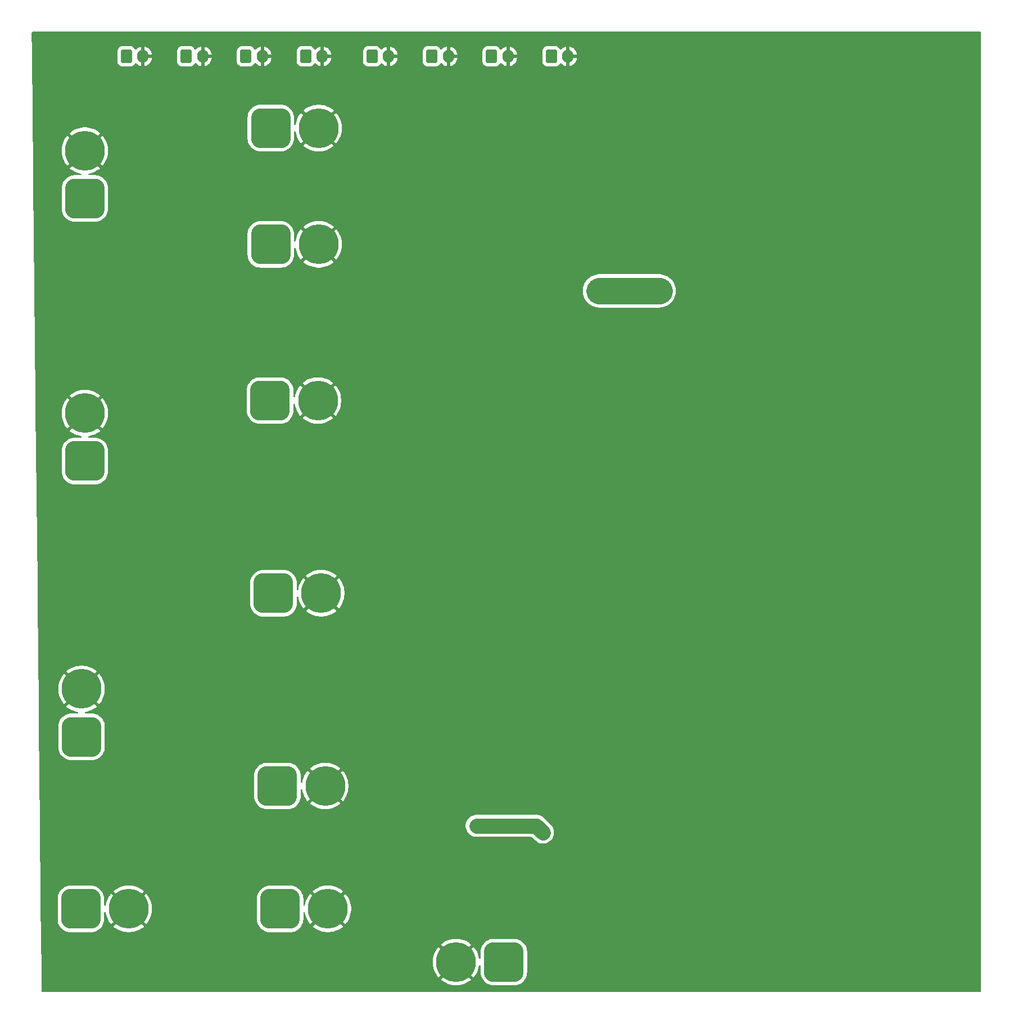
<source format=gbr>
%TF.GenerationSoftware,KiCad,Pcbnew,9.0.2*%
%TF.CreationDate,2025-12-08T19:10:43+05:30*%
%TF.ProjectId,Kratos26,4b726174-6f73-4323-962e-6b696361645f,rev?*%
%TF.SameCoordinates,Original*%
%TF.FileFunction,Copper,L2,Bot*%
%TF.FilePolarity,Positive*%
%FSLAX46Y46*%
G04 Gerber Fmt 4.6, Leading zero omitted, Abs format (unit mm)*
G04 Created by KiCad (PCBNEW 9.0.2) date 2025-12-08 19:10:43*
%MOMM*%
%LPD*%
G01*
G04 APERTURE LIST*
G04 Aperture macros list*
%AMRoundRect*
0 Rectangle with rounded corners*
0 $1 Rounding radius*
0 $2 $3 $4 $5 $6 $7 $8 $9 X,Y pos of 4 corners*
0 Add a 4 corners polygon primitive as box body*
4,1,4,$2,$3,$4,$5,$6,$7,$8,$9,$2,$3,0*
0 Add four circle primitives for the rounded corners*
1,1,$1+$1,$2,$3*
1,1,$1+$1,$4,$5*
1,1,$1+$1,$6,$7*
1,1,$1+$1,$8,$9*
0 Add four rect primitives between the rounded corners*
20,1,$1+$1,$2,$3,$4,$5,0*
20,1,$1+$1,$4,$5,$6,$7,0*
20,1,$1+$1,$6,$7,$8,$9,0*
20,1,$1+$1,$8,$9,$2,$3,0*%
G04 Aperture macros list end*
%TA.AperFunction,ComponentPad*%
%ADD10RoundRect,1.500000X-1.500000X-1.500000X1.500000X-1.500000X1.500000X1.500000X-1.500000X1.500000X0*%
%TD*%
%TA.AperFunction,ComponentPad*%
%ADD11C,6.000000*%
%TD*%
%TA.AperFunction,ComponentPad*%
%ADD12RoundRect,0.250000X-0.600000X-0.750000X0.600000X-0.750000X0.600000X0.750000X-0.600000X0.750000X0*%
%TD*%
%TA.AperFunction,ComponentPad*%
%ADD13O,1.700000X2.000000*%
%TD*%
%TA.AperFunction,ComponentPad*%
%ADD14RoundRect,1.500000X1.500000X-1.500000X1.500000X1.500000X-1.500000X1.500000X-1.500000X-1.500000X0*%
%TD*%
%TA.AperFunction,ComponentPad*%
%ADD15RoundRect,1.500000X1.500000X1.500000X-1.500000X1.500000X-1.500000X-1.500000X1.500000X-1.500000X0*%
%TD*%
%TA.AperFunction,ViaPad*%
%ADD16C,0.600000*%
%TD*%
%TA.AperFunction,ViaPad*%
%ADD17C,2.000000*%
%TD*%
%TA.AperFunction,ViaPad*%
%ADD18C,3.000000*%
%TD*%
%TA.AperFunction,Conductor*%
%ADD19C,2.300000*%
%TD*%
%TA.AperFunction,Conductor*%
%ADD20C,4.000000*%
%TD*%
G04 APERTURE END LIST*
D10*
%TO.P,REF\u002A\u002A,1*%
%TO.N,N/C*%
X113500000Y-129000000D03*
D11*
%TO.P,REF\u002A\u002A,2*%
%TO.N,GND*%
X120700000Y-129000000D03*
%TD*%
D10*
%TO.P,REF\u002A\u002A,1*%
%TO.N,N/C*%
X112900000Y-100000000D03*
D11*
%TO.P,REF\u002A\u002A,2*%
%TO.N,GND*%
X120100000Y-100000000D03*
%TD*%
D12*
%TO.P,REF\u002A\u002A,1*%
%TO.N,N/C*%
X154750000Y-19200000D03*
D13*
%TO.P,REF\u002A\u002A,2*%
%TO.N,GND*%
X157250000Y-19200000D03*
%TD*%
D12*
%TO.P,REF\u002A\u002A,1*%
%TO.N,N/C*%
X90750000Y-19200000D03*
D13*
%TO.P,REF\u002A\u002A,2*%
%TO.N,GND*%
X93250000Y-19200000D03*
%TD*%
D12*
%TO.P,REF\u002A\u002A,1*%
%TO.N,N/C*%
X117750000Y-19200000D03*
D13*
%TO.P,REF\u002A\u002A,2*%
%TO.N,GND*%
X120250000Y-19200000D03*
%TD*%
D12*
%TO.P,REF\u002A\u002A,1*%
%TO.N,N/C*%
X108750000Y-19200000D03*
D13*
%TO.P,REF\u002A\u002A,2*%
%TO.N,GND*%
X111250000Y-19200000D03*
%TD*%
D10*
%TO.P,REF\u002A\u002A,1*%
%TO.N,N/C*%
X112400000Y-71000000D03*
D11*
%TO.P,REF\u002A\u002A,2*%
%TO.N,GND*%
X119600000Y-71000000D03*
%TD*%
D14*
%TO.P,REF\u002A\u002A,1*%
%TO.N,N/C*%
X84500000Y-80100000D03*
D11*
%TO.P,REF\u002A\u002A,2*%
%TO.N,GND*%
X84500000Y-72900000D03*
%TD*%
D12*
%TO.P,REF\u002A\u002A,1*%
%TO.N,N/C*%
X99750000Y-19200000D03*
D13*
%TO.P,REF\u002A\u002A,2*%
%TO.N,GND*%
X102250000Y-19200000D03*
%TD*%
D12*
%TO.P,REF\u002A\u002A,1*%
%TO.N,N/C*%
X136750000Y-19200000D03*
D13*
%TO.P,REF\u002A\u002A,2*%
%TO.N,GND*%
X139250000Y-19200000D03*
%TD*%
D10*
%TO.P,REF\u002A\u002A,1*%
%TO.N,N/C*%
X112500000Y-30000000D03*
D11*
%TO.P,REF\u002A\u002A,2*%
%TO.N,GND*%
X119700000Y-30000000D03*
%TD*%
D14*
%TO.P,REF\u002A\u002A,1*%
%TO.N,N/C*%
X84000000Y-121600000D03*
D11*
%TO.P,REF\u002A\u002A,2*%
%TO.N,GND*%
X84000000Y-114400000D03*
%TD*%
D15*
%TO.P,REF\u002A\u002A,1*%
%TO.N,N/C*%
X147600000Y-155500000D03*
D11*
%TO.P,REF\u002A\u002A,2*%
%TO.N,GND*%
X140400000Y-155500000D03*
%TD*%
D12*
%TO.P,REF\u002A\u002A,1*%
%TO.N,N/C*%
X145750000Y-19200000D03*
D13*
%TO.P,REF\u002A\u002A,2*%
%TO.N,GND*%
X148250000Y-19200000D03*
%TD*%
D12*
%TO.P,REF\u002A\u002A,1*%
%TO.N,N/C*%
X127750000Y-19200000D03*
D13*
%TO.P,REF\u002A\u002A,2*%
%TO.N,GND*%
X130250000Y-19200000D03*
%TD*%
D10*
%TO.P,REF\u002A\u002A,1*%
%TO.N,N/C*%
X112500000Y-47500000D03*
D11*
%TO.P,REF\u002A\u002A,2*%
%TO.N,GND*%
X119700000Y-47500000D03*
%TD*%
D10*
%TO.P,REF\u002A\u002A,1*%
%TO.N,N/C*%
X113900000Y-147500000D03*
D11*
%TO.P,REF\u002A\u002A,2*%
%TO.N,GND*%
X121100000Y-147500000D03*
%TD*%
D10*
%TO.P,REF\u002A\u002A,1*%
%TO.N,N/C*%
X83900000Y-147500000D03*
D11*
%TO.P,REF\u002A\u002A,2*%
%TO.N,GND*%
X91100000Y-147500000D03*
%TD*%
D14*
%TO.P,REF\u002A\u002A,1*%
%TO.N,N/C*%
X84500000Y-40600000D03*
D11*
%TO.P,REF\u002A\u002A,2*%
%TO.N,GND*%
X84500000Y-33400000D03*
%TD*%
D16*
%TO.N,*%
X113500000Y-129000000D03*
D17*
X143500000Y-135000000D03*
X153500000Y-136000000D03*
D18*
X171000000Y-54500000D03*
X162000000Y-54500000D03*
D17*
%TO.N,GND*%
X126500000Y-47500000D03*
X215000000Y-123000000D03*
X169000000Y-123000000D03*
X215000000Y-22500000D03*
X215000000Y-47500000D03*
X128500000Y-129000000D03*
X169000000Y-72500000D03*
X127500000Y-147500000D03*
X86000000Y-19000000D03*
X162000000Y-61000000D03*
X98000000Y-147500000D03*
X217500000Y-75000000D03*
X84000000Y-107000000D03*
X169000000Y-22500000D03*
X84500000Y-64500000D03*
X126500000Y-30000000D03*
X169000000Y-98000000D03*
X169000000Y-47500000D03*
X128500000Y-100000000D03*
X215000000Y-98000000D03*
X162000000Y-107000000D03*
X84500000Y-25500000D03*
X128500000Y-71000000D03*
X133000000Y-155500000D03*
%TD*%
D19*
%TO.N,*%
X152500000Y-135000000D02*
X143500000Y-135000000D01*
D20*
X171000000Y-54500000D02*
X162000000Y-54500000D01*
D19*
X153500000Y-136000000D02*
X152500000Y-135000000D01*
%TD*%
%TA.AperFunction,Conductor*%
%TO.N,GND*%
G36*
X219443039Y-15519685D02*
G01*
X219488794Y-15572489D01*
X219500000Y-15624000D01*
X219500000Y-159876000D01*
X219480315Y-159943039D01*
X219427511Y-159988794D01*
X219376000Y-160000000D01*
X78122719Y-160000000D01*
X78055680Y-159980315D01*
X78009925Y-159927511D01*
X77998726Y-159877287D01*
X77998713Y-159876000D01*
X77951502Y-155328059D01*
X136900000Y-155328059D01*
X136900000Y-155671940D01*
X136933705Y-156014165D01*
X136933708Y-156014182D01*
X137000791Y-156351437D01*
X137000792Y-156351443D01*
X137100623Y-156680540D01*
X137232219Y-156998241D01*
X137232226Y-156998255D01*
X137394322Y-157301518D01*
X137394333Y-157301536D01*
X137585377Y-157587453D01*
X137585387Y-157587467D01*
X137753785Y-157792659D01*
X137753786Y-157792660D01*
X138641777Y-156904668D01*
X138704731Y-156986711D01*
X138913289Y-157195269D01*
X138995329Y-157258221D01*
X138107338Y-158146212D01*
X138107339Y-158146213D01*
X138312533Y-158314612D01*
X138312546Y-158314622D01*
X138598463Y-158505666D01*
X138598481Y-158505677D01*
X138901744Y-158667773D01*
X138901758Y-158667780D01*
X139219459Y-158799376D01*
X139548556Y-158899207D01*
X139548562Y-158899208D01*
X139885817Y-158966291D01*
X139885834Y-158966294D01*
X140228059Y-159000000D01*
X140571941Y-159000000D01*
X140914165Y-158966294D01*
X140914182Y-158966291D01*
X141251437Y-158899208D01*
X141251443Y-158899207D01*
X141580540Y-158799376D01*
X141898241Y-158667780D01*
X141898255Y-158667773D01*
X142201518Y-158505677D01*
X142201536Y-158505666D01*
X142487453Y-158314622D01*
X142487466Y-158314612D01*
X142692659Y-158146213D01*
X142692659Y-158146212D01*
X141804669Y-157258222D01*
X141886711Y-157195269D01*
X142095269Y-156986711D01*
X142158222Y-156904669D01*
X143046212Y-157792659D01*
X143046213Y-157792659D01*
X143214612Y-157587466D01*
X143214622Y-157587453D01*
X143405666Y-157301536D01*
X143405677Y-157301518D01*
X143567773Y-156998255D01*
X143567780Y-156998241D01*
X143699376Y-156680540D01*
X143799207Y-156351443D01*
X143799208Y-156351437D01*
X143853883Y-156076567D01*
X143886267Y-156014656D01*
X143946983Y-155980082D01*
X144016753Y-155983821D01*
X144073425Y-156024687D01*
X144099006Y-156089705D01*
X144099500Y-156100758D01*
X144099500Y-157071450D01*
X144114804Y-157285433D01*
X144175628Y-157565037D01*
X144175630Y-157565043D01*
X144175631Y-157565046D01*
X144260527Y-157792660D01*
X144275635Y-157833166D01*
X144412770Y-158084309D01*
X144412775Y-158084317D01*
X144584254Y-158313387D01*
X144584270Y-158313405D01*
X144786594Y-158515729D01*
X144786612Y-158515745D01*
X145015682Y-158687224D01*
X145015690Y-158687229D01*
X145266833Y-158824364D01*
X145266832Y-158824364D01*
X145266836Y-158824365D01*
X145266839Y-158824367D01*
X145534954Y-158924369D01*
X145534960Y-158924370D01*
X145534962Y-158924371D01*
X145814566Y-158985195D01*
X145814568Y-158985195D01*
X145814572Y-158985196D01*
X146028552Y-159000500D01*
X149171448Y-159000500D01*
X149385428Y-158985196D01*
X149472320Y-158966294D01*
X149665037Y-158924371D01*
X149665037Y-158924370D01*
X149665046Y-158924369D01*
X149933161Y-158824367D01*
X150184315Y-158687226D01*
X150413395Y-158515739D01*
X150615739Y-158313395D01*
X150787226Y-158084315D01*
X150924367Y-157833161D01*
X151024369Y-157565046D01*
X151085196Y-157285428D01*
X151100500Y-157071448D01*
X151100500Y-153928552D01*
X151085196Y-153714572D01*
X151024369Y-153434954D01*
X150924367Y-153166839D01*
X150787226Y-152915685D01*
X150740889Y-152853786D01*
X150615745Y-152686612D01*
X150615729Y-152686594D01*
X150413405Y-152484270D01*
X150413387Y-152484254D01*
X150184317Y-152312775D01*
X150184309Y-152312770D01*
X149933166Y-152175635D01*
X149933167Y-152175635D01*
X149732502Y-152100791D01*
X149665046Y-152075631D01*
X149665043Y-152075630D01*
X149665037Y-152075628D01*
X149385433Y-152014804D01*
X149171450Y-151999500D01*
X149171448Y-151999500D01*
X146028552Y-151999500D01*
X146028549Y-151999500D01*
X145814566Y-152014804D01*
X145534962Y-152075628D01*
X145266833Y-152175635D01*
X145015690Y-152312770D01*
X145015682Y-152312775D01*
X144786612Y-152484254D01*
X144786594Y-152484270D01*
X144584270Y-152686594D01*
X144584254Y-152686612D01*
X144412775Y-152915682D01*
X144412770Y-152915690D01*
X144275635Y-153166833D01*
X144175628Y-153434962D01*
X144114804Y-153714566D01*
X144099500Y-153928549D01*
X144099500Y-154899241D01*
X144079815Y-154966280D01*
X144027011Y-155012035D01*
X143957853Y-155021979D01*
X143894297Y-154992954D01*
X143856523Y-154934176D01*
X143853883Y-154923432D01*
X143799208Y-154648562D01*
X143799207Y-154648556D01*
X143699376Y-154319459D01*
X143567780Y-154001758D01*
X143567773Y-154001744D01*
X143405677Y-153698481D01*
X143405666Y-153698463D01*
X143214622Y-153412546D01*
X143214612Y-153412533D01*
X143046213Y-153207339D01*
X143046212Y-153207338D01*
X142158220Y-154095329D01*
X142095269Y-154013289D01*
X141886711Y-153804731D01*
X141804668Y-153741777D01*
X142692660Y-152853786D01*
X142692659Y-152853785D01*
X142487467Y-152685387D01*
X142487453Y-152685377D01*
X142201536Y-152494333D01*
X142201518Y-152494322D01*
X141898255Y-152332226D01*
X141898241Y-152332219D01*
X141580540Y-152200623D01*
X141251443Y-152100792D01*
X141251437Y-152100791D01*
X140914182Y-152033708D01*
X140914165Y-152033705D01*
X140571941Y-152000000D01*
X140228059Y-152000000D01*
X139885834Y-152033705D01*
X139885817Y-152033708D01*
X139548562Y-152100791D01*
X139548556Y-152100792D01*
X139219459Y-152200623D01*
X138901758Y-152332219D01*
X138901744Y-152332226D01*
X138598481Y-152494322D01*
X138598463Y-152494333D01*
X138312546Y-152685377D01*
X138312532Y-152685387D01*
X138107338Y-152853786D01*
X138995330Y-153741778D01*
X138913289Y-153804731D01*
X138704731Y-154013289D01*
X138641778Y-154095330D01*
X137753786Y-153207338D01*
X137585387Y-153412532D01*
X137585377Y-153412546D01*
X137394333Y-153698463D01*
X137394322Y-153698481D01*
X137232226Y-154001744D01*
X137232219Y-154001758D01*
X137100623Y-154319459D01*
X137000792Y-154648556D01*
X137000791Y-154648562D01*
X136933708Y-154985817D01*
X136933705Y-154985834D01*
X136900000Y-155328059D01*
X77951502Y-155328059D01*
X77929488Y-153207338D01*
X77926338Y-152903888D01*
X77853930Y-145928549D01*
X80399500Y-145928549D01*
X80399500Y-149071450D01*
X80414804Y-149285433D01*
X80475628Y-149565037D01*
X80475630Y-149565043D01*
X80475631Y-149565046D01*
X80560527Y-149792660D01*
X80575635Y-149833166D01*
X80712770Y-150084309D01*
X80712775Y-150084317D01*
X80884254Y-150313387D01*
X80884270Y-150313405D01*
X81086594Y-150515729D01*
X81086612Y-150515745D01*
X81315682Y-150687224D01*
X81315690Y-150687229D01*
X81566833Y-150824364D01*
X81566832Y-150824364D01*
X81566836Y-150824365D01*
X81566839Y-150824367D01*
X81834954Y-150924369D01*
X81834960Y-150924370D01*
X81834962Y-150924371D01*
X82114566Y-150985195D01*
X82114568Y-150985195D01*
X82114572Y-150985196D01*
X82328552Y-151000500D01*
X85471448Y-151000500D01*
X85685428Y-150985196D01*
X85772320Y-150966294D01*
X85965037Y-150924371D01*
X85965037Y-150924370D01*
X85965046Y-150924369D01*
X86233161Y-150824367D01*
X86484315Y-150687226D01*
X86713395Y-150515739D01*
X86915739Y-150313395D01*
X87087226Y-150084315D01*
X87087230Y-150084309D01*
X87112532Y-150037971D01*
X87224364Y-149833166D01*
X87224367Y-149833161D01*
X87324369Y-149565046D01*
X87385196Y-149285428D01*
X87400500Y-149071448D01*
X87400500Y-148100758D01*
X87420185Y-148033719D01*
X87472989Y-147987964D01*
X87542147Y-147978020D01*
X87605703Y-148007045D01*
X87643477Y-148065823D01*
X87646117Y-148076567D01*
X87700791Y-148351437D01*
X87700792Y-148351443D01*
X87800623Y-148680540D01*
X87932219Y-148998241D01*
X87932226Y-148998255D01*
X88094322Y-149301518D01*
X88094333Y-149301536D01*
X88285377Y-149587453D01*
X88285387Y-149587467D01*
X88453785Y-149792659D01*
X88453786Y-149792660D01*
X89341777Y-148904668D01*
X89404731Y-148986711D01*
X89613289Y-149195269D01*
X89695329Y-149258221D01*
X88807338Y-150146212D01*
X88807339Y-150146213D01*
X89012533Y-150314612D01*
X89012546Y-150314622D01*
X89298463Y-150505666D01*
X89298481Y-150505677D01*
X89601744Y-150667773D01*
X89601758Y-150667780D01*
X89919459Y-150799376D01*
X90248556Y-150899207D01*
X90248562Y-150899208D01*
X90585817Y-150966291D01*
X90585834Y-150966294D01*
X90928059Y-151000000D01*
X91271941Y-151000000D01*
X91614165Y-150966294D01*
X91614182Y-150966291D01*
X91951437Y-150899208D01*
X91951443Y-150899207D01*
X92280540Y-150799376D01*
X92598241Y-150667780D01*
X92598255Y-150667773D01*
X92901518Y-150505677D01*
X92901536Y-150505666D01*
X93187453Y-150314622D01*
X93187466Y-150314612D01*
X93392659Y-150146213D01*
X93392659Y-150146212D01*
X92504669Y-149258222D01*
X92586711Y-149195269D01*
X92795269Y-148986711D01*
X92858222Y-148904669D01*
X93746212Y-149792659D01*
X93746213Y-149792659D01*
X93914612Y-149587466D01*
X93914622Y-149587453D01*
X94105666Y-149301536D01*
X94105677Y-149301518D01*
X94267773Y-148998255D01*
X94267780Y-148998241D01*
X94399376Y-148680540D01*
X94499207Y-148351443D01*
X94499208Y-148351437D01*
X94566291Y-148014182D01*
X94566294Y-148014165D01*
X94600000Y-147671940D01*
X94600000Y-147328059D01*
X94566294Y-146985834D01*
X94566291Y-146985817D01*
X94499208Y-146648562D01*
X94499207Y-146648556D01*
X94399376Y-146319459D01*
X94267780Y-146001758D01*
X94267773Y-146001744D01*
X94258712Y-145984791D01*
X94228650Y-145928549D01*
X110399500Y-145928549D01*
X110399500Y-149071450D01*
X110414804Y-149285433D01*
X110475628Y-149565037D01*
X110475630Y-149565043D01*
X110475631Y-149565046D01*
X110560527Y-149792660D01*
X110575635Y-149833166D01*
X110712770Y-150084309D01*
X110712775Y-150084317D01*
X110884254Y-150313387D01*
X110884270Y-150313405D01*
X111086594Y-150515729D01*
X111086612Y-150515745D01*
X111315682Y-150687224D01*
X111315690Y-150687229D01*
X111566833Y-150824364D01*
X111566832Y-150824364D01*
X111566836Y-150824365D01*
X111566839Y-150824367D01*
X111834954Y-150924369D01*
X111834960Y-150924370D01*
X111834962Y-150924371D01*
X112114566Y-150985195D01*
X112114568Y-150985195D01*
X112114572Y-150985196D01*
X112328552Y-151000500D01*
X115471448Y-151000500D01*
X115685428Y-150985196D01*
X115772320Y-150966294D01*
X115965037Y-150924371D01*
X115965037Y-150924370D01*
X115965046Y-150924369D01*
X116233161Y-150824367D01*
X116484315Y-150687226D01*
X116713395Y-150515739D01*
X116915739Y-150313395D01*
X117087226Y-150084315D01*
X117087230Y-150084309D01*
X117112532Y-150037971D01*
X117224364Y-149833166D01*
X117224367Y-149833161D01*
X117324369Y-149565046D01*
X117385196Y-149285428D01*
X117400500Y-149071448D01*
X117400500Y-148100758D01*
X117420185Y-148033719D01*
X117472989Y-147987964D01*
X117542147Y-147978020D01*
X117605703Y-148007045D01*
X117643477Y-148065823D01*
X117646117Y-148076567D01*
X117700791Y-148351437D01*
X117700792Y-148351443D01*
X117800623Y-148680540D01*
X117932219Y-148998241D01*
X117932226Y-148998255D01*
X118094322Y-149301518D01*
X118094333Y-149301536D01*
X118285377Y-149587453D01*
X118285387Y-149587467D01*
X118453785Y-149792659D01*
X118453786Y-149792660D01*
X119341777Y-148904668D01*
X119404731Y-148986711D01*
X119613289Y-149195269D01*
X119695329Y-149258221D01*
X118807338Y-150146212D01*
X118807339Y-150146213D01*
X119012533Y-150314612D01*
X119012546Y-150314622D01*
X119298463Y-150505666D01*
X119298481Y-150505677D01*
X119601744Y-150667773D01*
X119601758Y-150667780D01*
X119919459Y-150799376D01*
X120248556Y-150899207D01*
X120248562Y-150899208D01*
X120585817Y-150966291D01*
X120585834Y-150966294D01*
X120928059Y-151000000D01*
X121271941Y-151000000D01*
X121614165Y-150966294D01*
X121614182Y-150966291D01*
X121951437Y-150899208D01*
X121951443Y-150899207D01*
X122280540Y-150799376D01*
X122598241Y-150667780D01*
X122598255Y-150667773D01*
X122901518Y-150505677D01*
X122901536Y-150505666D01*
X123187453Y-150314622D01*
X123187466Y-150314612D01*
X123392659Y-150146213D01*
X123392659Y-150146212D01*
X122504669Y-149258222D01*
X122586711Y-149195269D01*
X122795269Y-148986711D01*
X122858222Y-148904669D01*
X123746212Y-149792659D01*
X123746213Y-149792659D01*
X123914612Y-149587466D01*
X123914622Y-149587453D01*
X124105666Y-149301536D01*
X124105677Y-149301518D01*
X124267773Y-148998255D01*
X124267780Y-148998241D01*
X124399376Y-148680540D01*
X124499207Y-148351443D01*
X124499208Y-148351437D01*
X124566291Y-148014182D01*
X124566294Y-148014165D01*
X124600000Y-147671940D01*
X124600000Y-147328059D01*
X124566294Y-146985834D01*
X124566291Y-146985817D01*
X124499208Y-146648562D01*
X124499207Y-146648556D01*
X124399376Y-146319459D01*
X124267780Y-146001758D01*
X124267773Y-146001744D01*
X124105677Y-145698481D01*
X124105666Y-145698463D01*
X123914622Y-145412546D01*
X123914612Y-145412533D01*
X123746213Y-145207339D01*
X123746212Y-145207338D01*
X122858221Y-146095329D01*
X122795269Y-146013289D01*
X122586711Y-145804731D01*
X122504668Y-145741777D01*
X123392660Y-144853786D01*
X123392659Y-144853785D01*
X123187467Y-144685387D01*
X123187453Y-144685377D01*
X122901536Y-144494333D01*
X122901518Y-144494322D01*
X122598255Y-144332226D01*
X122598241Y-144332219D01*
X122280540Y-144200623D01*
X121951443Y-144100792D01*
X121951437Y-144100791D01*
X121614182Y-144033708D01*
X121614165Y-144033705D01*
X121271941Y-144000000D01*
X120928059Y-144000000D01*
X120585834Y-144033705D01*
X120585817Y-144033708D01*
X120248562Y-144100791D01*
X120248556Y-144100792D01*
X119919459Y-144200623D01*
X119601758Y-144332219D01*
X119601744Y-144332226D01*
X119298481Y-144494322D01*
X119298463Y-144494333D01*
X119012546Y-144685377D01*
X119012532Y-144685387D01*
X118807338Y-144853786D01*
X119695330Y-145741778D01*
X119613289Y-145804731D01*
X119404731Y-146013289D01*
X119341778Y-146095330D01*
X118453786Y-145207338D01*
X118285387Y-145412532D01*
X118285377Y-145412546D01*
X118094333Y-145698463D01*
X118094322Y-145698481D01*
X117932226Y-146001744D01*
X117932219Y-146001758D01*
X117800623Y-146319459D01*
X117700792Y-146648556D01*
X117700791Y-146648562D01*
X117646117Y-146923432D01*
X117613732Y-146985343D01*
X117553017Y-147019917D01*
X117483247Y-147016178D01*
X117426575Y-146975312D01*
X117400994Y-146910294D01*
X117400500Y-146899241D01*
X117400500Y-145928552D01*
X117385196Y-145714572D01*
X117324369Y-145434954D01*
X117224367Y-145166839D01*
X117224364Y-145166833D01*
X117112532Y-144962028D01*
X117087229Y-144915690D01*
X117087224Y-144915682D01*
X116915745Y-144686612D01*
X116915729Y-144686594D01*
X116713405Y-144484270D01*
X116713387Y-144484254D01*
X116484317Y-144312775D01*
X116484309Y-144312770D01*
X116233166Y-144175635D01*
X116233167Y-144175635D01*
X116032502Y-144100791D01*
X115965046Y-144075631D01*
X115965043Y-144075630D01*
X115965037Y-144075628D01*
X115685433Y-144014804D01*
X115471450Y-143999500D01*
X115471448Y-143999500D01*
X112328552Y-143999500D01*
X112328549Y-143999500D01*
X112114566Y-144014804D01*
X111834962Y-144075628D01*
X111566833Y-144175635D01*
X111315690Y-144312770D01*
X111315682Y-144312775D01*
X111086612Y-144484254D01*
X111086594Y-144484270D01*
X110884270Y-144686594D01*
X110884254Y-144686612D01*
X110712775Y-144915682D01*
X110712770Y-144915690D01*
X110575635Y-145166833D01*
X110475628Y-145434962D01*
X110414804Y-145714566D01*
X110399500Y-145928549D01*
X94228650Y-145928549D01*
X94105677Y-145698481D01*
X94105666Y-145698463D01*
X93914622Y-145412546D01*
X93914612Y-145412533D01*
X93746213Y-145207339D01*
X93746212Y-145207338D01*
X92858221Y-146095329D01*
X92795269Y-146013289D01*
X92586711Y-145804731D01*
X92504668Y-145741777D01*
X93392660Y-144853786D01*
X93392659Y-144853785D01*
X93187467Y-144685387D01*
X93187453Y-144685377D01*
X92901536Y-144494333D01*
X92901518Y-144494322D01*
X92598255Y-144332226D01*
X92598241Y-144332219D01*
X92280540Y-144200623D01*
X91951443Y-144100792D01*
X91951437Y-144100791D01*
X91614182Y-144033708D01*
X91614165Y-144033705D01*
X91271941Y-144000000D01*
X90928059Y-144000000D01*
X90585834Y-144033705D01*
X90585817Y-144033708D01*
X90248562Y-144100791D01*
X90248556Y-144100792D01*
X89919459Y-144200623D01*
X89601758Y-144332219D01*
X89601744Y-144332226D01*
X89298481Y-144494322D01*
X89298463Y-144494333D01*
X89012546Y-144685377D01*
X89012532Y-144685387D01*
X88807338Y-144853786D01*
X89695330Y-145741778D01*
X89613289Y-145804731D01*
X89404731Y-146013289D01*
X89341778Y-146095330D01*
X88453786Y-145207338D01*
X88285387Y-145412532D01*
X88285377Y-145412546D01*
X88094333Y-145698463D01*
X88094322Y-145698481D01*
X87932226Y-146001744D01*
X87932219Y-146001758D01*
X87800623Y-146319459D01*
X87700792Y-146648556D01*
X87700791Y-146648562D01*
X87646117Y-146923432D01*
X87613732Y-146985343D01*
X87553017Y-147019917D01*
X87483247Y-147016178D01*
X87426575Y-146975312D01*
X87400994Y-146910294D01*
X87400500Y-146899241D01*
X87400500Y-145928552D01*
X87385196Y-145714572D01*
X87324369Y-145434954D01*
X87224367Y-145166839D01*
X87224364Y-145166833D01*
X87112532Y-144962028D01*
X87087229Y-144915690D01*
X87087224Y-144915682D01*
X86915745Y-144686612D01*
X86915729Y-144686594D01*
X86713405Y-144484270D01*
X86713387Y-144484254D01*
X86484317Y-144312775D01*
X86484309Y-144312770D01*
X86233166Y-144175635D01*
X86233167Y-144175635D01*
X86032502Y-144100791D01*
X85965046Y-144075631D01*
X85965043Y-144075630D01*
X85965037Y-144075628D01*
X85685433Y-144014804D01*
X85471450Y-143999500D01*
X85471448Y-143999500D01*
X82328552Y-143999500D01*
X82328549Y-143999500D01*
X82114566Y-144014804D01*
X81834962Y-144075628D01*
X81566833Y-144175635D01*
X81315690Y-144312770D01*
X81315682Y-144312775D01*
X81086612Y-144484254D01*
X81086594Y-144484270D01*
X80884270Y-144686594D01*
X80884254Y-144686612D01*
X80712775Y-144915682D01*
X80712770Y-144915690D01*
X80575635Y-145166833D01*
X80475628Y-145434962D01*
X80414804Y-145714566D01*
X80399500Y-145928549D01*
X77853930Y-145928549D01*
X77853920Y-145927625D01*
X77739136Y-134870097D01*
X141849500Y-134870097D01*
X141849500Y-135129902D01*
X141890140Y-135386493D01*
X141970422Y-135633576D01*
X142051534Y-135792764D01*
X142088366Y-135865051D01*
X142241069Y-136075229D01*
X142424771Y-136258931D01*
X142634949Y-136411634D01*
X142782445Y-136486787D01*
X142866423Y-136529577D01*
X142866425Y-136529577D01*
X142866428Y-136529579D01*
X143113507Y-136609860D01*
X143245706Y-136630797D01*
X143370098Y-136650500D01*
X143370103Y-136650500D01*
X151764978Y-136650500D01*
X151832017Y-136670185D01*
X151852659Y-136686819D01*
X152424772Y-137258931D01*
X152634949Y-137411635D01*
X152866428Y-137529579D01*
X152866430Y-137529580D01*
X153113504Y-137609859D01*
X153113505Y-137609859D01*
X153113508Y-137609860D01*
X153370103Y-137650501D01*
X153370104Y-137650501D01*
X153629896Y-137650501D01*
X153629897Y-137650501D01*
X153886493Y-137609860D01*
X153886496Y-137609859D01*
X153886497Y-137609859D01*
X154133570Y-137529580D01*
X154133570Y-137529579D01*
X154133573Y-137529579D01*
X154365051Y-137411635D01*
X154575229Y-137258931D01*
X154758931Y-137075229D01*
X154911635Y-136865051D01*
X155029579Y-136633573D01*
X155109860Y-136386493D01*
X155150501Y-136129897D01*
X155150501Y-135870103D01*
X155109860Y-135613508D01*
X155109859Y-135613504D01*
X155109859Y-135613503D01*
X155029580Y-135366430D01*
X154911634Y-135134948D01*
X154907964Y-135129897D01*
X154758931Y-134924772D01*
X153575229Y-133741069D01*
X153365051Y-133588365D01*
X153133573Y-133470420D01*
X153133567Y-133470418D01*
X153072980Y-133450733D01*
X153072979Y-133450733D01*
X152886495Y-133390140D01*
X152629902Y-133349500D01*
X152629897Y-133349500D01*
X143370103Y-133349500D01*
X143370098Y-133349500D01*
X143113506Y-133390140D01*
X142866423Y-133470422D01*
X142634945Y-133588368D01*
X142424774Y-133741066D01*
X142424768Y-133741071D01*
X142241071Y-133924768D01*
X142241066Y-133924774D01*
X142088368Y-134134945D01*
X141970422Y-134366423D01*
X141890140Y-134613506D01*
X141849500Y-134870097D01*
X77739136Y-134870097D01*
X77739099Y-134866518D01*
X77661889Y-127428549D01*
X109999500Y-127428549D01*
X109999500Y-130571450D01*
X110014804Y-130785433D01*
X110075628Y-131065037D01*
X110075630Y-131065043D01*
X110075631Y-131065046D01*
X110160527Y-131292660D01*
X110175635Y-131333166D01*
X110312770Y-131584309D01*
X110312775Y-131584317D01*
X110484254Y-131813387D01*
X110484270Y-131813405D01*
X110686594Y-132015729D01*
X110686612Y-132015745D01*
X110915682Y-132187224D01*
X110915690Y-132187229D01*
X111166833Y-132324364D01*
X111166832Y-132324364D01*
X111166836Y-132324365D01*
X111166839Y-132324367D01*
X111434954Y-132424369D01*
X111434960Y-132424370D01*
X111434962Y-132424371D01*
X111714566Y-132485195D01*
X111714568Y-132485195D01*
X111714572Y-132485196D01*
X111928552Y-132500500D01*
X115071448Y-132500500D01*
X115285428Y-132485196D01*
X115372320Y-132466294D01*
X115565037Y-132424371D01*
X115565037Y-132424370D01*
X115565046Y-132424369D01*
X115833161Y-132324367D01*
X116084315Y-132187226D01*
X116313395Y-132015739D01*
X116515739Y-131813395D01*
X116687226Y-131584315D01*
X116687230Y-131584309D01*
X116712532Y-131537971D01*
X116824364Y-131333166D01*
X116824367Y-131333161D01*
X116924369Y-131065046D01*
X116985196Y-130785428D01*
X117000500Y-130571448D01*
X117000500Y-129600758D01*
X117020185Y-129533719D01*
X117072989Y-129487964D01*
X117142147Y-129478020D01*
X117205703Y-129507045D01*
X117243477Y-129565823D01*
X117246117Y-129576567D01*
X117300791Y-129851437D01*
X117300792Y-129851443D01*
X117400623Y-130180540D01*
X117532219Y-130498241D01*
X117532226Y-130498255D01*
X117694322Y-130801518D01*
X117694333Y-130801536D01*
X117885377Y-131087453D01*
X117885387Y-131087467D01*
X118053785Y-131292659D01*
X118053786Y-131292660D01*
X118941777Y-130404668D01*
X119004731Y-130486711D01*
X119213289Y-130695269D01*
X119295329Y-130758221D01*
X118407338Y-131646212D01*
X118407339Y-131646213D01*
X118612533Y-131814612D01*
X118612546Y-131814622D01*
X118898463Y-132005666D01*
X118898481Y-132005677D01*
X119201744Y-132167773D01*
X119201758Y-132167780D01*
X119519459Y-132299376D01*
X119848556Y-132399207D01*
X119848562Y-132399208D01*
X120185817Y-132466291D01*
X120185834Y-132466294D01*
X120528059Y-132500000D01*
X120871941Y-132500000D01*
X121214165Y-132466294D01*
X121214182Y-132466291D01*
X121551437Y-132399208D01*
X121551443Y-132399207D01*
X121880540Y-132299376D01*
X122198241Y-132167780D01*
X122198255Y-132167773D01*
X122501518Y-132005677D01*
X122501536Y-132005666D01*
X122787453Y-131814622D01*
X122787466Y-131814612D01*
X122992659Y-131646213D01*
X122992659Y-131646212D01*
X122104669Y-130758222D01*
X122186711Y-130695269D01*
X122395269Y-130486711D01*
X122458222Y-130404669D01*
X123346212Y-131292659D01*
X123346213Y-131292659D01*
X123514612Y-131087466D01*
X123514622Y-131087453D01*
X123705666Y-130801536D01*
X123705677Y-130801518D01*
X123867773Y-130498255D01*
X123867780Y-130498241D01*
X123999376Y-130180540D01*
X124099207Y-129851443D01*
X124099208Y-129851437D01*
X124166291Y-129514182D01*
X124166294Y-129514165D01*
X124200000Y-129171940D01*
X124200000Y-128828059D01*
X124166294Y-128485834D01*
X124166291Y-128485817D01*
X124099208Y-128148562D01*
X124099207Y-128148556D01*
X123999376Y-127819459D01*
X123867780Y-127501758D01*
X123867773Y-127501744D01*
X123705677Y-127198481D01*
X123705666Y-127198463D01*
X123514622Y-126912546D01*
X123514612Y-126912533D01*
X123346213Y-126707339D01*
X123346212Y-126707338D01*
X122458221Y-127595329D01*
X122395269Y-127513289D01*
X122186711Y-127304731D01*
X122104668Y-127241777D01*
X122992660Y-126353786D01*
X122992659Y-126353785D01*
X122787467Y-126185387D01*
X122787453Y-126185377D01*
X122501536Y-125994333D01*
X122501518Y-125994322D01*
X122198255Y-125832226D01*
X122198241Y-125832219D01*
X121880540Y-125700623D01*
X121551443Y-125600792D01*
X121551437Y-125600791D01*
X121214182Y-125533708D01*
X121214165Y-125533705D01*
X120871941Y-125500000D01*
X120528059Y-125500000D01*
X120185834Y-125533705D01*
X120185817Y-125533708D01*
X119848562Y-125600791D01*
X119848556Y-125600792D01*
X119519459Y-125700623D01*
X119201758Y-125832219D01*
X119201744Y-125832226D01*
X118898481Y-125994322D01*
X118898463Y-125994333D01*
X118612546Y-126185377D01*
X118612532Y-126185387D01*
X118407338Y-126353786D01*
X119295330Y-127241778D01*
X119213289Y-127304731D01*
X119004731Y-127513289D01*
X118941778Y-127595330D01*
X118053786Y-126707338D01*
X117885387Y-126912532D01*
X117885377Y-126912546D01*
X117694333Y-127198463D01*
X117694322Y-127198481D01*
X117532226Y-127501744D01*
X117532219Y-127501758D01*
X117400623Y-127819459D01*
X117300792Y-128148556D01*
X117300791Y-128148562D01*
X117246117Y-128423432D01*
X117213732Y-128485343D01*
X117153017Y-128519917D01*
X117083247Y-128516178D01*
X117026575Y-128475312D01*
X117000994Y-128410294D01*
X117000500Y-128399241D01*
X117000500Y-127428552D01*
X116985196Y-127214572D01*
X116924369Y-126934954D01*
X116824367Y-126666839D01*
X116824364Y-126666833D01*
X116712532Y-126462028D01*
X116687229Y-126415690D01*
X116687224Y-126415682D01*
X116515745Y-126186612D01*
X116515729Y-126186594D01*
X116313405Y-125984270D01*
X116313387Y-125984254D01*
X116084317Y-125812775D01*
X116084309Y-125812770D01*
X115833166Y-125675635D01*
X115833167Y-125675635D01*
X115632502Y-125600791D01*
X115565046Y-125575631D01*
X115565043Y-125575630D01*
X115565037Y-125575628D01*
X115285433Y-125514804D01*
X115071450Y-125499500D01*
X115071448Y-125499500D01*
X111928552Y-125499500D01*
X111928549Y-125499500D01*
X111714566Y-125514804D01*
X111434962Y-125575628D01*
X111166833Y-125675635D01*
X110915690Y-125812770D01*
X110915682Y-125812775D01*
X110686612Y-125984254D01*
X110686594Y-125984270D01*
X110484270Y-126186594D01*
X110484254Y-126186612D01*
X110312775Y-126415682D01*
X110312770Y-126415690D01*
X110175635Y-126666833D01*
X110075628Y-126934962D01*
X110014804Y-127214566D01*
X109999500Y-127428549D01*
X77661889Y-127428549D01*
X77661879Y-127427625D01*
X77585072Y-120028549D01*
X80499500Y-120028549D01*
X80499500Y-123171450D01*
X80514804Y-123385433D01*
X80575628Y-123665037D01*
X80675635Y-123933166D01*
X80812770Y-124184309D01*
X80812775Y-124184317D01*
X80984254Y-124413387D01*
X80984270Y-124413405D01*
X81186594Y-124615729D01*
X81186612Y-124615745D01*
X81415682Y-124787224D01*
X81415690Y-124787229D01*
X81666833Y-124924364D01*
X81666832Y-124924364D01*
X81666836Y-124924365D01*
X81666839Y-124924367D01*
X81934954Y-125024369D01*
X81934960Y-125024370D01*
X81934962Y-125024371D01*
X82214566Y-125085195D01*
X82214568Y-125085195D01*
X82214572Y-125085196D01*
X82428552Y-125100500D01*
X85571448Y-125100500D01*
X85785428Y-125085196D01*
X86065046Y-125024369D01*
X86333161Y-124924367D01*
X86584315Y-124787226D01*
X86813395Y-124615739D01*
X87015739Y-124413395D01*
X87187226Y-124184315D01*
X87324367Y-123933161D01*
X87424369Y-123665046D01*
X87485196Y-123385428D01*
X87500500Y-123171448D01*
X87500500Y-120028552D01*
X87485196Y-119814572D01*
X87424369Y-119534954D01*
X87324367Y-119266839D01*
X87187226Y-119015685D01*
X87187224Y-119015682D01*
X87015745Y-118786612D01*
X87015729Y-118786594D01*
X86813405Y-118584270D01*
X86813387Y-118584254D01*
X86584317Y-118412775D01*
X86584309Y-118412770D01*
X86333166Y-118275635D01*
X86333167Y-118275635D01*
X86225915Y-118235632D01*
X86065046Y-118175631D01*
X86065043Y-118175630D01*
X86065037Y-118175628D01*
X85785433Y-118114804D01*
X85571450Y-118099500D01*
X85571448Y-118099500D01*
X84600758Y-118099500D01*
X84533719Y-118079815D01*
X84487964Y-118027011D01*
X84478020Y-117957853D01*
X84507045Y-117894297D01*
X84565823Y-117856523D01*
X84576567Y-117853883D01*
X84851437Y-117799208D01*
X84851443Y-117799207D01*
X85180540Y-117699376D01*
X85498241Y-117567780D01*
X85498255Y-117567773D01*
X85801518Y-117405677D01*
X85801536Y-117405666D01*
X86087453Y-117214622D01*
X86087466Y-117214612D01*
X86292659Y-117046213D01*
X86292659Y-117046212D01*
X85404669Y-116158222D01*
X85486711Y-116095269D01*
X85695269Y-115886711D01*
X85758222Y-115804669D01*
X86646212Y-116692659D01*
X86646213Y-116692659D01*
X86814612Y-116487466D01*
X86814622Y-116487453D01*
X87005666Y-116201536D01*
X87005677Y-116201518D01*
X87167773Y-115898255D01*
X87167780Y-115898241D01*
X87299376Y-115580540D01*
X87399207Y-115251443D01*
X87399208Y-115251437D01*
X87466291Y-114914182D01*
X87466294Y-114914165D01*
X87500000Y-114571940D01*
X87500000Y-114228059D01*
X87466294Y-113885834D01*
X87466291Y-113885817D01*
X87399208Y-113548562D01*
X87399207Y-113548556D01*
X87299376Y-113219459D01*
X87167780Y-112901758D01*
X87167773Y-112901744D01*
X87005677Y-112598481D01*
X87005666Y-112598463D01*
X86814622Y-112312546D01*
X86814612Y-112312533D01*
X86646213Y-112107339D01*
X86646212Y-112107338D01*
X85758221Y-112995329D01*
X85695269Y-112913289D01*
X85486711Y-112704731D01*
X85404668Y-112641777D01*
X86292660Y-111753786D01*
X86292659Y-111753785D01*
X86087467Y-111585387D01*
X86087453Y-111585377D01*
X85801536Y-111394333D01*
X85801518Y-111394322D01*
X85498255Y-111232226D01*
X85498241Y-111232219D01*
X85180540Y-111100623D01*
X84851443Y-111000792D01*
X84851437Y-111000791D01*
X84514182Y-110933708D01*
X84514165Y-110933705D01*
X84171941Y-110900000D01*
X83828059Y-110900000D01*
X83485834Y-110933705D01*
X83485817Y-110933708D01*
X83148562Y-111000791D01*
X83148556Y-111000792D01*
X82819459Y-111100623D01*
X82501758Y-111232219D01*
X82501744Y-111232226D01*
X82198481Y-111394322D01*
X82198463Y-111394333D01*
X81912546Y-111585377D01*
X81912532Y-111585387D01*
X81707338Y-111753786D01*
X82595330Y-112641778D01*
X82513289Y-112704731D01*
X82304731Y-112913289D01*
X82241778Y-112995330D01*
X81353786Y-112107338D01*
X81185387Y-112312532D01*
X81185377Y-112312546D01*
X80994333Y-112598463D01*
X80994322Y-112598481D01*
X80832226Y-112901744D01*
X80832219Y-112901758D01*
X80700623Y-113219459D01*
X80600792Y-113548556D01*
X80600791Y-113548562D01*
X80533708Y-113885817D01*
X80533705Y-113885834D01*
X80500000Y-114228059D01*
X80500000Y-114571940D01*
X80533705Y-114914165D01*
X80533708Y-114914182D01*
X80600791Y-115251437D01*
X80600792Y-115251443D01*
X80700623Y-115580540D01*
X80832219Y-115898241D01*
X80832226Y-115898255D01*
X80994322Y-116201518D01*
X80994333Y-116201536D01*
X81185377Y-116487453D01*
X81185387Y-116487467D01*
X81353785Y-116692659D01*
X81353786Y-116692660D01*
X82241777Y-115804668D01*
X82304731Y-115886711D01*
X82513289Y-116095269D01*
X82595329Y-116158221D01*
X81707338Y-117046212D01*
X81707339Y-117046213D01*
X81912533Y-117214612D01*
X81912546Y-117214622D01*
X82198463Y-117405666D01*
X82198481Y-117405677D01*
X82501744Y-117567773D01*
X82501758Y-117567780D01*
X82819459Y-117699376D01*
X83148556Y-117799207D01*
X83148562Y-117799208D01*
X83423433Y-117853883D01*
X83485344Y-117886267D01*
X83519918Y-117946983D01*
X83516179Y-118016753D01*
X83475313Y-118073425D01*
X83410295Y-118099006D01*
X83399242Y-118099500D01*
X82428549Y-118099500D01*
X82214566Y-118114804D01*
X81934962Y-118175628D01*
X81666833Y-118275635D01*
X81415690Y-118412770D01*
X81415682Y-118412775D01*
X81186612Y-118584254D01*
X81186594Y-118584270D01*
X80984270Y-118786594D01*
X80984254Y-118786612D01*
X80812775Y-119015682D01*
X80812770Y-119015690D01*
X80675635Y-119266833D01*
X80575628Y-119534962D01*
X80514804Y-119814566D01*
X80499500Y-120028549D01*
X77585072Y-120028549D01*
X77585062Y-120027625D01*
X77524841Y-114226299D01*
X77499695Y-111803888D01*
X77360851Y-98428549D01*
X109399500Y-98428549D01*
X109399500Y-101571450D01*
X109414804Y-101785433D01*
X109475628Y-102065037D01*
X109475630Y-102065043D01*
X109475631Y-102065046D01*
X109560527Y-102292660D01*
X109575635Y-102333166D01*
X109712770Y-102584309D01*
X109712775Y-102584317D01*
X109884254Y-102813387D01*
X109884270Y-102813405D01*
X110086594Y-103015729D01*
X110086612Y-103015745D01*
X110315682Y-103187224D01*
X110315690Y-103187229D01*
X110566833Y-103324364D01*
X110566832Y-103324364D01*
X110566836Y-103324365D01*
X110566839Y-103324367D01*
X110834954Y-103424369D01*
X110834960Y-103424370D01*
X110834962Y-103424371D01*
X111114566Y-103485195D01*
X111114568Y-103485195D01*
X111114572Y-103485196D01*
X111328552Y-103500500D01*
X114471448Y-103500500D01*
X114685428Y-103485196D01*
X114772320Y-103466294D01*
X114965037Y-103424371D01*
X114965037Y-103424370D01*
X114965046Y-103424369D01*
X115233161Y-103324367D01*
X115484315Y-103187226D01*
X115713395Y-103015739D01*
X115915739Y-102813395D01*
X116087226Y-102584315D01*
X116087230Y-102584309D01*
X116112532Y-102537971D01*
X116224364Y-102333166D01*
X116224367Y-102333161D01*
X116324369Y-102065046D01*
X116385196Y-101785428D01*
X116400500Y-101571448D01*
X116400500Y-100600758D01*
X116420185Y-100533719D01*
X116472989Y-100487964D01*
X116542147Y-100478020D01*
X116605703Y-100507045D01*
X116643477Y-100565823D01*
X116646117Y-100576567D01*
X116700791Y-100851437D01*
X116700792Y-100851443D01*
X116800623Y-101180540D01*
X116932219Y-101498241D01*
X116932226Y-101498255D01*
X117094322Y-101801518D01*
X117094333Y-101801536D01*
X117285377Y-102087453D01*
X117285387Y-102087467D01*
X117453785Y-102292659D01*
X117453786Y-102292660D01*
X118341777Y-101404668D01*
X118404731Y-101486711D01*
X118613289Y-101695269D01*
X118695329Y-101758221D01*
X117807338Y-102646212D01*
X117807339Y-102646213D01*
X118012533Y-102814612D01*
X118012546Y-102814622D01*
X118298463Y-103005666D01*
X118298481Y-103005677D01*
X118601744Y-103167773D01*
X118601758Y-103167780D01*
X118919459Y-103299376D01*
X119248556Y-103399207D01*
X119248562Y-103399208D01*
X119585817Y-103466291D01*
X119585834Y-103466294D01*
X119928059Y-103500000D01*
X120271941Y-103500000D01*
X120614165Y-103466294D01*
X120614182Y-103466291D01*
X120951437Y-103399208D01*
X120951443Y-103399207D01*
X121280540Y-103299376D01*
X121598241Y-103167780D01*
X121598255Y-103167773D01*
X121901518Y-103005677D01*
X121901536Y-103005666D01*
X122187453Y-102814622D01*
X122187466Y-102814612D01*
X122392659Y-102646213D01*
X122392659Y-102646212D01*
X121504669Y-101758222D01*
X121586711Y-101695269D01*
X121795269Y-101486711D01*
X121858222Y-101404669D01*
X122746212Y-102292659D01*
X122746213Y-102292659D01*
X122914612Y-102087466D01*
X122914622Y-102087453D01*
X123105666Y-101801536D01*
X123105677Y-101801518D01*
X123267773Y-101498255D01*
X123267780Y-101498241D01*
X123399376Y-101180540D01*
X123499207Y-100851443D01*
X123499208Y-100851437D01*
X123566291Y-100514182D01*
X123566294Y-100514165D01*
X123600000Y-100171940D01*
X123600000Y-99828059D01*
X123566294Y-99485834D01*
X123566291Y-99485817D01*
X123499208Y-99148562D01*
X123499207Y-99148556D01*
X123399376Y-98819459D01*
X123267780Y-98501758D01*
X123267773Y-98501744D01*
X123105677Y-98198481D01*
X123105666Y-98198463D01*
X122914622Y-97912546D01*
X122914612Y-97912533D01*
X122746213Y-97707339D01*
X122746212Y-97707338D01*
X121858221Y-98595329D01*
X121795269Y-98513289D01*
X121586711Y-98304731D01*
X121504668Y-98241777D01*
X122392660Y-97353786D01*
X122392659Y-97353785D01*
X122187467Y-97185387D01*
X122187453Y-97185377D01*
X121901536Y-96994333D01*
X121901518Y-96994322D01*
X121598255Y-96832226D01*
X121598241Y-96832219D01*
X121280540Y-96700623D01*
X120951443Y-96600792D01*
X120951437Y-96600791D01*
X120614182Y-96533708D01*
X120614165Y-96533705D01*
X120271941Y-96500000D01*
X119928059Y-96500000D01*
X119585834Y-96533705D01*
X119585817Y-96533708D01*
X119248562Y-96600791D01*
X119248556Y-96600792D01*
X118919459Y-96700623D01*
X118601758Y-96832219D01*
X118601744Y-96832226D01*
X118298481Y-96994322D01*
X118298463Y-96994333D01*
X118012546Y-97185377D01*
X118012532Y-97185387D01*
X117807338Y-97353786D01*
X118695330Y-98241778D01*
X118613289Y-98304731D01*
X118404731Y-98513289D01*
X118341778Y-98595330D01*
X117453786Y-97707338D01*
X117285387Y-97912532D01*
X117285377Y-97912546D01*
X117094333Y-98198463D01*
X117094322Y-98198481D01*
X116932226Y-98501744D01*
X116932219Y-98501758D01*
X116800623Y-98819459D01*
X116700792Y-99148556D01*
X116700791Y-99148562D01*
X116646117Y-99423432D01*
X116613732Y-99485343D01*
X116553017Y-99519917D01*
X116483247Y-99516178D01*
X116426575Y-99475312D01*
X116400994Y-99410294D01*
X116400500Y-99399241D01*
X116400500Y-98428552D01*
X116385196Y-98214572D01*
X116324369Y-97934954D01*
X116224367Y-97666839D01*
X116224364Y-97666833D01*
X116112532Y-97462028D01*
X116087229Y-97415690D01*
X116087224Y-97415682D01*
X115915745Y-97186612D01*
X115915729Y-97186594D01*
X115713405Y-96984270D01*
X115713387Y-96984254D01*
X115484317Y-96812775D01*
X115484309Y-96812770D01*
X115233166Y-96675635D01*
X115233167Y-96675635D01*
X115032502Y-96600791D01*
X114965046Y-96575631D01*
X114965043Y-96575630D01*
X114965037Y-96575628D01*
X114685433Y-96514804D01*
X114471450Y-96499500D01*
X114471448Y-96499500D01*
X111328552Y-96499500D01*
X111328549Y-96499500D01*
X111114566Y-96514804D01*
X110834962Y-96575628D01*
X110566833Y-96675635D01*
X110315690Y-96812770D01*
X110315682Y-96812775D01*
X110086612Y-96984254D01*
X110086594Y-96984270D01*
X109884270Y-97186594D01*
X109884254Y-97186612D01*
X109712775Y-97415682D01*
X109712770Y-97415690D01*
X109575635Y-97666833D01*
X109475628Y-97934962D01*
X109414804Y-98214566D01*
X109399500Y-98428549D01*
X77360851Y-98428549D01*
X77360841Y-98427625D01*
X77154277Y-78528549D01*
X80999500Y-78528549D01*
X80999500Y-81671450D01*
X81014804Y-81885433D01*
X81075628Y-82165037D01*
X81175635Y-82433166D01*
X81312770Y-82684309D01*
X81312775Y-82684317D01*
X81484254Y-82913387D01*
X81484270Y-82913405D01*
X81686594Y-83115729D01*
X81686612Y-83115745D01*
X81915682Y-83287224D01*
X81915690Y-83287229D01*
X82166833Y-83424364D01*
X82166832Y-83424364D01*
X82166836Y-83424365D01*
X82166839Y-83424367D01*
X82434954Y-83524369D01*
X82434960Y-83524370D01*
X82434962Y-83524371D01*
X82714566Y-83585195D01*
X82714568Y-83585195D01*
X82714572Y-83585196D01*
X82928552Y-83600500D01*
X86071448Y-83600500D01*
X86285428Y-83585196D01*
X86565046Y-83524369D01*
X86833161Y-83424367D01*
X87084315Y-83287226D01*
X87313395Y-83115739D01*
X87515739Y-82913395D01*
X87687226Y-82684315D01*
X87824367Y-82433161D01*
X87924369Y-82165046D01*
X87985196Y-81885428D01*
X88000500Y-81671448D01*
X88000500Y-78528552D01*
X87985196Y-78314572D01*
X87924369Y-78034954D01*
X87824367Y-77766839D01*
X87687226Y-77515685D01*
X87687224Y-77515682D01*
X87515745Y-77286612D01*
X87515729Y-77286594D01*
X87313405Y-77084270D01*
X87313387Y-77084254D01*
X87084317Y-76912775D01*
X87084309Y-76912770D01*
X86833166Y-76775635D01*
X86833167Y-76775635D01*
X86725915Y-76735632D01*
X86565046Y-76675631D01*
X86565043Y-76675630D01*
X86565037Y-76675628D01*
X86285433Y-76614804D01*
X86071450Y-76599500D01*
X86071448Y-76599500D01*
X85100758Y-76599500D01*
X85033719Y-76579815D01*
X84987964Y-76527011D01*
X84978020Y-76457853D01*
X85007045Y-76394297D01*
X85065823Y-76356523D01*
X85076567Y-76353883D01*
X85351437Y-76299208D01*
X85351443Y-76299207D01*
X85680540Y-76199376D01*
X85998241Y-76067780D01*
X85998255Y-76067773D01*
X86301518Y-75905677D01*
X86301536Y-75905666D01*
X86587453Y-75714622D01*
X86587466Y-75714612D01*
X86792659Y-75546213D01*
X86792659Y-75546212D01*
X85904669Y-74658222D01*
X85986711Y-74595269D01*
X86195269Y-74386711D01*
X86258222Y-74304669D01*
X87146212Y-75192659D01*
X87146213Y-75192659D01*
X87314612Y-74987466D01*
X87314622Y-74987453D01*
X87505666Y-74701536D01*
X87505677Y-74701518D01*
X87667773Y-74398255D01*
X87667780Y-74398241D01*
X87799376Y-74080540D01*
X87899207Y-73751443D01*
X87899208Y-73751437D01*
X87966291Y-73414182D01*
X87966294Y-73414165D01*
X88000000Y-73071940D01*
X88000000Y-72728059D01*
X87966294Y-72385834D01*
X87966291Y-72385817D01*
X87899208Y-72048562D01*
X87899207Y-72048556D01*
X87799376Y-71719459D01*
X87667780Y-71401758D01*
X87667773Y-71401744D01*
X87505677Y-71098481D01*
X87505666Y-71098463D01*
X87314622Y-70812546D01*
X87314612Y-70812533D01*
X87146213Y-70607339D01*
X87146212Y-70607338D01*
X86258221Y-71495329D01*
X86195269Y-71413289D01*
X85986711Y-71204731D01*
X85904668Y-71141777D01*
X86792660Y-70253786D01*
X86792659Y-70253785D01*
X86587467Y-70085387D01*
X86587453Y-70085377D01*
X86301536Y-69894333D01*
X86301518Y-69894322D01*
X85998255Y-69732226D01*
X85998241Y-69732219D01*
X85680540Y-69600623D01*
X85497171Y-69544999D01*
X85497170Y-69544998D01*
X85351449Y-69500794D01*
X85351437Y-69500791D01*
X85014182Y-69433708D01*
X85014165Y-69433705D01*
X84961814Y-69428549D01*
X108899500Y-69428549D01*
X108899500Y-72571450D01*
X108914804Y-72785433D01*
X108975628Y-73065037D01*
X108975630Y-73065043D01*
X108975631Y-73065046D01*
X109060527Y-73292660D01*
X109075635Y-73333166D01*
X109212770Y-73584309D01*
X109212775Y-73584317D01*
X109384254Y-73813387D01*
X109384270Y-73813405D01*
X109586594Y-74015729D01*
X109586612Y-74015745D01*
X109815682Y-74187224D01*
X109815690Y-74187229D01*
X110066833Y-74324364D01*
X110066832Y-74324364D01*
X110066836Y-74324365D01*
X110066839Y-74324367D01*
X110334954Y-74424369D01*
X110334960Y-74424370D01*
X110334962Y-74424371D01*
X110614566Y-74485195D01*
X110614568Y-74485195D01*
X110614572Y-74485196D01*
X110828552Y-74500500D01*
X113971448Y-74500500D01*
X114185428Y-74485196D01*
X114272320Y-74466294D01*
X114465037Y-74424371D01*
X114465037Y-74424370D01*
X114465046Y-74424369D01*
X114733161Y-74324367D01*
X114984315Y-74187226D01*
X115213395Y-74015739D01*
X115415739Y-73813395D01*
X115587226Y-73584315D01*
X115587230Y-73584309D01*
X115612532Y-73537971D01*
X115724364Y-73333166D01*
X115724367Y-73333161D01*
X115824369Y-73065046D01*
X115833669Y-73022294D01*
X115885195Y-72785433D01*
X115885195Y-72785432D01*
X115885196Y-72785428D01*
X115900500Y-72571448D01*
X115900500Y-71600758D01*
X115920185Y-71533719D01*
X115972989Y-71487964D01*
X116042147Y-71478020D01*
X116105703Y-71507045D01*
X116143477Y-71565823D01*
X116146117Y-71576567D01*
X116200791Y-71851437D01*
X116200792Y-71851443D01*
X116300623Y-72180540D01*
X116432219Y-72498241D01*
X116432226Y-72498255D01*
X116594322Y-72801518D01*
X116594333Y-72801536D01*
X116785377Y-73087453D01*
X116785387Y-73087467D01*
X116953785Y-73292659D01*
X116953786Y-73292660D01*
X117841777Y-72404668D01*
X117904731Y-72486711D01*
X118113289Y-72695269D01*
X118195329Y-72758221D01*
X117307338Y-73646212D01*
X117307339Y-73646213D01*
X117512533Y-73814612D01*
X117512546Y-73814622D01*
X117798463Y-74005666D01*
X117798481Y-74005677D01*
X118101744Y-74167773D01*
X118101758Y-74167780D01*
X118419459Y-74299376D01*
X118748556Y-74399207D01*
X118748562Y-74399208D01*
X119085817Y-74466291D01*
X119085834Y-74466294D01*
X119428059Y-74500000D01*
X119771941Y-74500000D01*
X120114165Y-74466294D01*
X120114182Y-74466291D01*
X120451437Y-74399208D01*
X120451443Y-74399207D01*
X120780540Y-74299376D01*
X121098241Y-74167780D01*
X121098255Y-74167773D01*
X121401518Y-74005677D01*
X121401536Y-74005666D01*
X121687453Y-73814622D01*
X121687466Y-73814612D01*
X121892659Y-73646213D01*
X121892659Y-73646212D01*
X121004669Y-72758222D01*
X121086711Y-72695269D01*
X121295269Y-72486711D01*
X121358222Y-72404669D01*
X122246212Y-73292659D01*
X122246213Y-73292659D01*
X122414612Y-73087466D01*
X122414622Y-73087453D01*
X122605666Y-72801536D01*
X122605677Y-72801518D01*
X122767773Y-72498255D01*
X122767780Y-72498241D01*
X122899376Y-72180540D01*
X122999207Y-71851443D01*
X122999208Y-71851437D01*
X123066291Y-71514182D01*
X123066294Y-71514165D01*
X123100000Y-71171940D01*
X123100000Y-70828059D01*
X123066294Y-70485834D01*
X123066291Y-70485817D01*
X122999208Y-70148562D01*
X122999207Y-70148556D01*
X122899376Y-69819459D01*
X122767780Y-69501758D01*
X122767773Y-69501744D01*
X122605677Y-69198481D01*
X122605666Y-69198463D01*
X122414622Y-68912546D01*
X122414612Y-68912533D01*
X122246213Y-68707339D01*
X122246212Y-68707338D01*
X121358221Y-69595329D01*
X121295269Y-69513289D01*
X121086711Y-69304731D01*
X121004668Y-69241777D01*
X121892660Y-68353786D01*
X121892659Y-68353785D01*
X121687467Y-68185387D01*
X121687453Y-68185377D01*
X121401536Y-67994333D01*
X121401518Y-67994322D01*
X121098255Y-67832226D01*
X121098241Y-67832219D01*
X120780540Y-67700623D01*
X120451443Y-67600792D01*
X120451437Y-67600791D01*
X120114182Y-67533708D01*
X120114165Y-67533705D01*
X119771941Y-67500000D01*
X119428059Y-67500000D01*
X119085834Y-67533705D01*
X119085817Y-67533708D01*
X118748562Y-67600791D01*
X118748556Y-67600792D01*
X118419459Y-67700623D01*
X118101758Y-67832219D01*
X118101744Y-67832226D01*
X117798481Y-67994322D01*
X117798463Y-67994333D01*
X117512546Y-68185377D01*
X117512532Y-68185387D01*
X117307338Y-68353786D01*
X118195330Y-69241778D01*
X118113289Y-69304731D01*
X117904731Y-69513289D01*
X117841778Y-69595330D01*
X116953786Y-68707338D01*
X116785387Y-68912532D01*
X116785377Y-68912546D01*
X116594333Y-69198463D01*
X116594322Y-69198481D01*
X116432226Y-69501744D01*
X116432219Y-69501758D01*
X116300623Y-69819459D01*
X116200792Y-70148556D01*
X116200791Y-70148562D01*
X116146117Y-70423432D01*
X116113732Y-70485343D01*
X116053017Y-70519917D01*
X115983247Y-70516178D01*
X115926575Y-70475312D01*
X115900994Y-70410294D01*
X115900500Y-70399241D01*
X115900500Y-69428552D01*
X115885196Y-69214572D01*
X115824369Y-68934954D01*
X115724367Y-68666839D01*
X115724364Y-68666833D01*
X115612532Y-68462028D01*
X115587229Y-68415690D01*
X115587224Y-68415682D01*
X115415745Y-68186612D01*
X115415729Y-68186594D01*
X115213405Y-67984270D01*
X115213387Y-67984254D01*
X114984317Y-67812775D01*
X114984309Y-67812770D01*
X114733166Y-67675635D01*
X114733167Y-67675635D01*
X114532502Y-67600791D01*
X114465046Y-67575631D01*
X114465043Y-67575630D01*
X114465037Y-67575628D01*
X114185433Y-67514804D01*
X113971450Y-67499500D01*
X113971448Y-67499500D01*
X110828552Y-67499500D01*
X110828549Y-67499500D01*
X110614566Y-67514804D01*
X110334962Y-67575628D01*
X110066833Y-67675635D01*
X109815690Y-67812770D01*
X109815682Y-67812775D01*
X109586612Y-67984254D01*
X109586594Y-67984270D01*
X109384270Y-68186594D01*
X109384254Y-68186612D01*
X109212775Y-68415682D01*
X109212770Y-68415690D01*
X109075635Y-68666833D01*
X108975628Y-68934962D01*
X108914804Y-69214566D01*
X108899500Y-69428549D01*
X84961814Y-69428549D01*
X84671941Y-69400000D01*
X84328059Y-69400000D01*
X83985834Y-69433705D01*
X83985817Y-69433708D01*
X83648562Y-69500791D01*
X83648556Y-69500792D01*
X83319459Y-69600623D01*
X83001758Y-69732219D01*
X83001744Y-69732226D01*
X82698481Y-69894322D01*
X82698463Y-69894333D01*
X82412546Y-70085377D01*
X82412532Y-70085387D01*
X82207338Y-70253786D01*
X83095330Y-71141778D01*
X83013289Y-71204731D01*
X82804731Y-71413289D01*
X82741778Y-71495330D01*
X81853786Y-70607338D01*
X81685387Y-70812532D01*
X81685377Y-70812546D01*
X81494333Y-71098463D01*
X81494322Y-71098481D01*
X81332226Y-71401744D01*
X81332219Y-71401758D01*
X81200623Y-71719459D01*
X81100792Y-72048556D01*
X81100791Y-72048562D01*
X81033708Y-72385817D01*
X81033705Y-72385834D01*
X81000000Y-72728059D01*
X81000000Y-73071940D01*
X81033705Y-73414165D01*
X81033708Y-73414182D01*
X81100791Y-73751437D01*
X81100792Y-73751443D01*
X81200623Y-74080540D01*
X81332219Y-74398241D01*
X81332226Y-74398255D01*
X81494322Y-74701518D01*
X81494333Y-74701536D01*
X81685377Y-74987453D01*
X81685387Y-74987467D01*
X81853785Y-75192659D01*
X81853786Y-75192660D01*
X82741777Y-74304668D01*
X82804731Y-74386711D01*
X83013289Y-74595269D01*
X83095329Y-74658221D01*
X82207338Y-75546212D01*
X82207339Y-75546213D01*
X82412533Y-75714612D01*
X82412546Y-75714622D01*
X82698463Y-75905666D01*
X82698481Y-75905677D01*
X83001744Y-76067773D01*
X83001758Y-76067780D01*
X83319459Y-76199376D01*
X83648556Y-76299207D01*
X83648562Y-76299208D01*
X83923433Y-76353883D01*
X83985344Y-76386267D01*
X84019918Y-76446983D01*
X84016179Y-76516753D01*
X83975313Y-76573425D01*
X83910295Y-76599006D01*
X83899242Y-76599500D01*
X82928549Y-76599500D01*
X82714566Y-76614804D01*
X82434962Y-76675628D01*
X82166833Y-76775635D01*
X81915690Y-76912770D01*
X81915682Y-76912775D01*
X81686612Y-77084254D01*
X81686594Y-77084270D01*
X81484270Y-77286594D01*
X81484254Y-77286612D01*
X81312775Y-77515682D01*
X81312770Y-77515690D01*
X81175635Y-77766833D01*
X81075628Y-78034962D01*
X81014804Y-78314566D01*
X80999500Y-78528549D01*
X77154277Y-78528549D01*
X77154267Y-78527625D01*
X77094046Y-72726299D01*
X77068900Y-70303888D01*
X76903388Y-54359568D01*
X159499500Y-54359568D01*
X159499500Y-54640431D01*
X159530942Y-54919494D01*
X159530945Y-54919512D01*
X159593439Y-55193317D01*
X159593443Y-55193329D01*
X159686200Y-55458411D01*
X159808053Y-55711442D01*
X159808055Y-55711445D01*
X159957477Y-55949248D01*
X160132584Y-56168825D01*
X160331175Y-56367416D01*
X160550752Y-56542523D01*
X160788555Y-56691945D01*
X161041592Y-56813801D01*
X161240680Y-56883465D01*
X161306670Y-56906556D01*
X161306682Y-56906560D01*
X161580491Y-56969055D01*
X161580497Y-56969055D01*
X161580505Y-56969057D01*
X161766547Y-56990018D01*
X161859569Y-57000499D01*
X161859572Y-57000500D01*
X161859575Y-57000500D01*
X171140428Y-57000500D01*
X171140429Y-57000499D01*
X171283055Y-56984429D01*
X171419494Y-56969057D01*
X171419499Y-56969056D01*
X171419509Y-56969055D01*
X171693318Y-56906560D01*
X171958408Y-56813801D01*
X172211445Y-56691945D01*
X172449248Y-56542523D01*
X172668825Y-56367416D01*
X172867416Y-56168825D01*
X173042523Y-55949248D01*
X173191945Y-55711445D01*
X173313801Y-55458408D01*
X173406560Y-55193318D01*
X173469055Y-54919509D01*
X173500500Y-54640425D01*
X173500500Y-54359575D01*
X173469055Y-54080491D01*
X173406560Y-53806682D01*
X173313801Y-53541592D01*
X173191945Y-53288555D01*
X173042523Y-53050752D01*
X172867416Y-52831175D01*
X172668825Y-52632584D01*
X172449248Y-52457477D01*
X172211445Y-52308055D01*
X172211442Y-52308053D01*
X171958411Y-52186200D01*
X171693329Y-52093443D01*
X171693317Y-52093439D01*
X171419512Y-52030945D01*
X171419494Y-52030942D01*
X171140431Y-51999500D01*
X171140425Y-51999500D01*
X161859575Y-51999500D01*
X161859568Y-51999500D01*
X161580505Y-52030942D01*
X161580487Y-52030945D01*
X161306682Y-52093439D01*
X161306670Y-52093443D01*
X161041588Y-52186200D01*
X160788557Y-52308053D01*
X160550753Y-52457476D01*
X160331175Y-52632583D01*
X160132583Y-52831175D01*
X159957476Y-53050753D01*
X159808053Y-53288557D01*
X159686200Y-53541588D01*
X159593443Y-53806670D01*
X159593439Y-53806682D01*
X159530945Y-54080487D01*
X159530942Y-54080505D01*
X159499500Y-54359568D01*
X76903388Y-54359568D01*
X76903365Y-54357383D01*
X76815868Y-45928549D01*
X108999500Y-45928549D01*
X108999500Y-49071450D01*
X109014804Y-49285433D01*
X109075628Y-49565037D01*
X109075630Y-49565043D01*
X109075631Y-49565046D01*
X109160527Y-49792660D01*
X109175635Y-49833166D01*
X109312770Y-50084309D01*
X109312775Y-50084317D01*
X109484254Y-50313387D01*
X109484270Y-50313405D01*
X109686594Y-50515729D01*
X109686612Y-50515745D01*
X109915682Y-50687224D01*
X109915690Y-50687229D01*
X110166833Y-50824364D01*
X110166832Y-50824364D01*
X110166836Y-50824365D01*
X110166839Y-50824367D01*
X110434954Y-50924369D01*
X110434960Y-50924370D01*
X110434962Y-50924371D01*
X110714566Y-50985195D01*
X110714568Y-50985195D01*
X110714572Y-50985196D01*
X110928552Y-51000500D01*
X114071448Y-51000500D01*
X114285428Y-50985196D01*
X114372320Y-50966294D01*
X114565037Y-50924371D01*
X114565037Y-50924370D01*
X114565046Y-50924369D01*
X114833161Y-50824367D01*
X115084315Y-50687226D01*
X115313395Y-50515739D01*
X115515739Y-50313395D01*
X115687226Y-50084315D01*
X115687230Y-50084309D01*
X115712532Y-50037971D01*
X115824364Y-49833166D01*
X115824367Y-49833161D01*
X115924369Y-49565046D01*
X115985196Y-49285428D01*
X116000500Y-49071448D01*
X116000500Y-48100758D01*
X116020185Y-48033719D01*
X116072989Y-47987964D01*
X116142147Y-47978020D01*
X116205703Y-48007045D01*
X116243477Y-48065823D01*
X116246117Y-48076567D01*
X116300791Y-48351437D01*
X116300792Y-48351443D01*
X116400623Y-48680540D01*
X116532219Y-48998241D01*
X116532226Y-48998255D01*
X116694322Y-49301518D01*
X116694333Y-49301536D01*
X116885377Y-49587453D01*
X116885387Y-49587467D01*
X117053785Y-49792659D01*
X117053786Y-49792660D01*
X117941777Y-48904668D01*
X118004731Y-48986711D01*
X118213289Y-49195269D01*
X118295329Y-49258221D01*
X117407338Y-50146212D01*
X117407339Y-50146213D01*
X117612533Y-50314612D01*
X117612546Y-50314622D01*
X117898463Y-50505666D01*
X117898481Y-50505677D01*
X118201744Y-50667773D01*
X118201758Y-50667780D01*
X118519459Y-50799376D01*
X118848556Y-50899207D01*
X118848562Y-50899208D01*
X119185817Y-50966291D01*
X119185834Y-50966294D01*
X119528059Y-51000000D01*
X119871941Y-51000000D01*
X120214165Y-50966294D01*
X120214182Y-50966291D01*
X120551437Y-50899208D01*
X120551443Y-50899207D01*
X120880540Y-50799376D01*
X121198241Y-50667780D01*
X121198255Y-50667773D01*
X121501518Y-50505677D01*
X121501536Y-50505666D01*
X121787453Y-50314622D01*
X121787466Y-50314612D01*
X121992659Y-50146213D01*
X121992659Y-50146212D01*
X121104669Y-49258222D01*
X121186711Y-49195269D01*
X121395269Y-48986711D01*
X121458222Y-48904669D01*
X122346212Y-49792659D01*
X122346213Y-49792659D01*
X122514612Y-49587466D01*
X122514622Y-49587453D01*
X122705666Y-49301536D01*
X122705677Y-49301518D01*
X122867773Y-48998255D01*
X122867780Y-48998241D01*
X122999376Y-48680540D01*
X123099207Y-48351443D01*
X123099208Y-48351437D01*
X123166291Y-48014182D01*
X123166294Y-48014165D01*
X123200000Y-47671940D01*
X123200000Y-47328059D01*
X123166294Y-46985834D01*
X123166291Y-46985817D01*
X123099208Y-46648562D01*
X123099207Y-46648556D01*
X122999376Y-46319459D01*
X122867780Y-46001758D01*
X122867773Y-46001744D01*
X122705677Y-45698481D01*
X122705666Y-45698463D01*
X122514622Y-45412546D01*
X122514612Y-45412533D01*
X122346213Y-45207339D01*
X122346212Y-45207338D01*
X121458221Y-46095329D01*
X121395269Y-46013289D01*
X121186711Y-45804731D01*
X121104668Y-45741777D01*
X121992660Y-44853786D01*
X121992659Y-44853785D01*
X121787467Y-44685387D01*
X121787453Y-44685377D01*
X121501536Y-44494333D01*
X121501518Y-44494322D01*
X121198255Y-44332226D01*
X121198241Y-44332219D01*
X120880540Y-44200623D01*
X120551443Y-44100792D01*
X120551437Y-44100791D01*
X120214182Y-44033708D01*
X120214165Y-44033705D01*
X119871941Y-44000000D01*
X119528059Y-44000000D01*
X119185834Y-44033705D01*
X119185817Y-44033708D01*
X118848562Y-44100791D01*
X118848556Y-44100792D01*
X118519459Y-44200623D01*
X118201758Y-44332219D01*
X118201744Y-44332226D01*
X117898481Y-44494322D01*
X117898463Y-44494333D01*
X117612546Y-44685377D01*
X117612532Y-44685387D01*
X117407338Y-44853786D01*
X118295330Y-45741778D01*
X118213289Y-45804731D01*
X118004731Y-46013289D01*
X117941778Y-46095330D01*
X117053786Y-45207338D01*
X116885387Y-45412532D01*
X116885377Y-45412546D01*
X116694333Y-45698463D01*
X116694322Y-45698481D01*
X116532226Y-46001744D01*
X116532219Y-46001758D01*
X116400623Y-46319459D01*
X116300792Y-46648556D01*
X116300791Y-46648562D01*
X116246117Y-46923432D01*
X116213732Y-46985343D01*
X116153017Y-47019917D01*
X116083247Y-47016178D01*
X116026575Y-46975312D01*
X116000994Y-46910294D01*
X116000500Y-46899241D01*
X116000500Y-45928552D01*
X115985196Y-45714572D01*
X115924369Y-45434954D01*
X115824367Y-45166839D01*
X115824364Y-45166833D01*
X115712532Y-44962028D01*
X115687229Y-44915690D01*
X115687224Y-44915682D01*
X115515745Y-44686612D01*
X115515729Y-44686594D01*
X115313405Y-44484270D01*
X115313387Y-44484254D01*
X115084317Y-44312775D01*
X115084309Y-44312770D01*
X114833166Y-44175635D01*
X114833167Y-44175635D01*
X114631722Y-44100500D01*
X114565046Y-44075631D01*
X114565043Y-44075630D01*
X114565037Y-44075628D01*
X114285433Y-44014804D01*
X114071450Y-43999500D01*
X114071448Y-43999500D01*
X110928552Y-43999500D01*
X110928549Y-43999500D01*
X110714566Y-44014804D01*
X110434962Y-44075628D01*
X110166833Y-44175635D01*
X109915690Y-44312770D01*
X109915682Y-44312775D01*
X109686612Y-44484254D01*
X109686594Y-44484270D01*
X109484270Y-44686594D01*
X109484254Y-44686612D01*
X109312775Y-44915682D01*
X109312770Y-44915690D01*
X109175635Y-45166833D01*
X109075628Y-45434962D01*
X109014804Y-45714566D01*
X108999500Y-45928549D01*
X76815868Y-45928549D01*
X76815858Y-45927625D01*
X76744242Y-39028549D01*
X80999500Y-39028549D01*
X80999500Y-42171450D01*
X81014804Y-42385433D01*
X81075628Y-42665037D01*
X81175635Y-42933166D01*
X81312770Y-43184309D01*
X81312775Y-43184317D01*
X81484254Y-43413387D01*
X81484270Y-43413405D01*
X81686594Y-43615729D01*
X81686612Y-43615745D01*
X81915682Y-43787224D01*
X81915690Y-43787229D01*
X82166833Y-43924364D01*
X82166832Y-43924364D01*
X82166836Y-43924365D01*
X82166839Y-43924367D01*
X82434954Y-44024369D01*
X82434960Y-44024370D01*
X82434962Y-44024371D01*
X82714566Y-44085195D01*
X82714568Y-44085195D01*
X82714572Y-44085196D01*
X82928552Y-44100500D01*
X86071448Y-44100500D01*
X86285428Y-44085196D01*
X86565046Y-44024369D01*
X86833161Y-43924367D01*
X87084315Y-43787226D01*
X87313395Y-43615739D01*
X87515739Y-43413395D01*
X87687226Y-43184315D01*
X87824367Y-42933161D01*
X87924369Y-42665046D01*
X87985196Y-42385428D01*
X88000500Y-42171448D01*
X88000500Y-39028552D01*
X87985196Y-38814572D01*
X87924369Y-38534954D01*
X87824367Y-38266839D01*
X87687226Y-38015685D01*
X87687224Y-38015682D01*
X87515745Y-37786612D01*
X87515729Y-37786594D01*
X87313405Y-37584270D01*
X87313387Y-37584254D01*
X87084317Y-37412775D01*
X87084309Y-37412770D01*
X86833166Y-37275635D01*
X86833167Y-37275635D01*
X86725915Y-37235632D01*
X86565046Y-37175631D01*
X86565043Y-37175630D01*
X86565037Y-37175628D01*
X86285433Y-37114804D01*
X86071450Y-37099500D01*
X86071448Y-37099500D01*
X85100758Y-37099500D01*
X85033719Y-37079815D01*
X84987964Y-37027011D01*
X84978020Y-36957853D01*
X85007045Y-36894297D01*
X85065823Y-36856523D01*
X85076567Y-36853883D01*
X85351437Y-36799208D01*
X85351443Y-36799207D01*
X85680540Y-36699376D01*
X85998241Y-36567780D01*
X85998255Y-36567773D01*
X86301518Y-36405677D01*
X86301536Y-36405666D01*
X86587453Y-36214622D01*
X86587466Y-36214612D01*
X86792659Y-36046213D01*
X86792659Y-36046212D01*
X85904669Y-35158222D01*
X85986711Y-35095269D01*
X86195269Y-34886711D01*
X86258222Y-34804669D01*
X87146212Y-35692659D01*
X87146213Y-35692659D01*
X87314612Y-35487466D01*
X87314622Y-35487453D01*
X87505666Y-35201536D01*
X87505677Y-35201518D01*
X87667773Y-34898255D01*
X87667780Y-34898241D01*
X87799376Y-34580540D01*
X87899207Y-34251443D01*
X87899208Y-34251437D01*
X87966291Y-33914182D01*
X87966294Y-33914165D01*
X88000000Y-33571940D01*
X88000000Y-33228059D01*
X87966294Y-32885834D01*
X87966291Y-32885817D01*
X87899208Y-32548562D01*
X87899207Y-32548556D01*
X87799376Y-32219459D01*
X87667780Y-31901758D01*
X87667773Y-31901744D01*
X87505677Y-31598481D01*
X87505666Y-31598463D01*
X87314622Y-31312546D01*
X87314612Y-31312533D01*
X87146213Y-31107339D01*
X87146212Y-31107338D01*
X86258221Y-31995329D01*
X86195269Y-31913289D01*
X85986711Y-31704731D01*
X85904668Y-31641777D01*
X86792660Y-30753786D01*
X86792659Y-30753785D01*
X86587467Y-30585387D01*
X86587453Y-30585377D01*
X86301536Y-30394333D01*
X86301518Y-30394322D01*
X85998255Y-30232226D01*
X85998241Y-30232219D01*
X85680540Y-30100623D01*
X85351443Y-30000792D01*
X85351437Y-30000791D01*
X85014182Y-29933708D01*
X85014165Y-29933705D01*
X84671941Y-29900000D01*
X84328059Y-29900000D01*
X83985834Y-29933705D01*
X83985817Y-29933708D01*
X83648562Y-30000791D01*
X83648556Y-30000792D01*
X83319459Y-30100623D01*
X83001758Y-30232219D01*
X83001744Y-30232226D01*
X82698481Y-30394322D01*
X82698463Y-30394333D01*
X82412546Y-30585377D01*
X82412532Y-30585387D01*
X82207338Y-30753786D01*
X83095330Y-31641778D01*
X83013289Y-31704731D01*
X82804731Y-31913289D01*
X82741778Y-31995330D01*
X81853786Y-31107338D01*
X81685387Y-31312532D01*
X81685377Y-31312546D01*
X81494333Y-31598463D01*
X81494322Y-31598481D01*
X81332226Y-31901744D01*
X81332219Y-31901758D01*
X81200623Y-32219459D01*
X81100792Y-32548556D01*
X81100791Y-32548562D01*
X81033708Y-32885817D01*
X81033705Y-32885834D01*
X81000000Y-33228059D01*
X81000000Y-33571940D01*
X81033705Y-33914165D01*
X81033708Y-33914182D01*
X81100791Y-34251437D01*
X81100792Y-34251443D01*
X81200623Y-34580540D01*
X81332219Y-34898241D01*
X81332226Y-34898255D01*
X81494322Y-35201518D01*
X81494333Y-35201536D01*
X81685377Y-35487453D01*
X81685387Y-35487467D01*
X81853785Y-35692659D01*
X81853786Y-35692660D01*
X82741777Y-34804668D01*
X82804731Y-34886711D01*
X83013289Y-35095269D01*
X83095329Y-35158221D01*
X82207338Y-36046212D01*
X82207339Y-36046213D01*
X82412533Y-36214612D01*
X82412546Y-36214622D01*
X82698463Y-36405666D01*
X82698481Y-36405677D01*
X83001744Y-36567773D01*
X83001758Y-36567780D01*
X83319459Y-36699376D01*
X83648556Y-36799207D01*
X83648562Y-36799208D01*
X83923433Y-36853883D01*
X83985344Y-36886267D01*
X84019918Y-36946983D01*
X84016179Y-37016753D01*
X83975313Y-37073425D01*
X83910295Y-37099006D01*
X83899242Y-37099500D01*
X82928549Y-37099500D01*
X82714566Y-37114804D01*
X82434962Y-37175628D01*
X82166833Y-37275635D01*
X81915690Y-37412770D01*
X81915682Y-37412775D01*
X81686612Y-37584254D01*
X81686594Y-37584270D01*
X81484270Y-37786594D01*
X81484254Y-37786612D01*
X81312775Y-38015682D01*
X81312770Y-38015690D01*
X81175635Y-38266833D01*
X81075628Y-38534962D01*
X81014804Y-38814566D01*
X80999500Y-39028549D01*
X76744242Y-39028549D01*
X76744232Y-39027625D01*
X76684011Y-33226299D01*
X76658865Y-30803888D01*
X76634208Y-28428549D01*
X108999500Y-28428549D01*
X108999500Y-31571450D01*
X109014804Y-31785433D01*
X109075628Y-32065037D01*
X109075630Y-32065043D01*
X109075631Y-32065046D01*
X109160527Y-32292660D01*
X109175635Y-32333166D01*
X109312770Y-32584309D01*
X109312775Y-32584317D01*
X109484254Y-32813387D01*
X109484270Y-32813405D01*
X109686594Y-33015729D01*
X109686612Y-33015745D01*
X109915682Y-33187224D01*
X109915690Y-33187229D01*
X110166833Y-33324364D01*
X110166832Y-33324364D01*
X110166836Y-33324365D01*
X110166839Y-33324367D01*
X110434954Y-33424369D01*
X110434960Y-33424370D01*
X110434962Y-33424371D01*
X110714566Y-33485195D01*
X110714568Y-33485195D01*
X110714572Y-33485196D01*
X110928552Y-33500500D01*
X114071448Y-33500500D01*
X114285428Y-33485196D01*
X114372320Y-33466294D01*
X114565037Y-33424371D01*
X114565037Y-33424370D01*
X114565046Y-33424369D01*
X114833161Y-33324367D01*
X115084315Y-33187226D01*
X115313395Y-33015739D01*
X115515739Y-32813395D01*
X115687226Y-32584315D01*
X115687230Y-32584309D01*
X115712532Y-32537971D01*
X115824364Y-32333166D01*
X115824367Y-32333161D01*
X115924369Y-32065046D01*
X115985196Y-31785428D01*
X116000500Y-31571448D01*
X116000500Y-30600758D01*
X116020185Y-30533719D01*
X116072989Y-30487964D01*
X116142147Y-30478020D01*
X116205703Y-30507045D01*
X116243477Y-30565823D01*
X116246117Y-30576567D01*
X116300791Y-30851437D01*
X116300792Y-30851443D01*
X116400623Y-31180540D01*
X116532219Y-31498241D01*
X116532226Y-31498255D01*
X116694322Y-31801518D01*
X116694333Y-31801536D01*
X116885377Y-32087453D01*
X116885387Y-32087467D01*
X117053785Y-32292659D01*
X117053786Y-32292660D01*
X117941777Y-31404668D01*
X118004731Y-31486711D01*
X118213289Y-31695269D01*
X118295329Y-31758221D01*
X117407338Y-32646212D01*
X117407339Y-32646213D01*
X117612533Y-32814612D01*
X117612546Y-32814622D01*
X117898463Y-33005666D01*
X117898481Y-33005677D01*
X118201744Y-33167773D01*
X118201758Y-33167780D01*
X118519459Y-33299376D01*
X118848556Y-33399207D01*
X118848562Y-33399208D01*
X119185817Y-33466291D01*
X119185834Y-33466294D01*
X119528059Y-33500000D01*
X119871941Y-33500000D01*
X120214165Y-33466294D01*
X120214182Y-33466291D01*
X120551437Y-33399208D01*
X120551443Y-33399207D01*
X120880540Y-33299376D01*
X121198241Y-33167780D01*
X121198255Y-33167773D01*
X121501518Y-33005677D01*
X121501536Y-33005666D01*
X121787453Y-32814622D01*
X121787466Y-32814612D01*
X121992659Y-32646213D01*
X121992659Y-32646212D01*
X121104669Y-31758222D01*
X121186711Y-31695269D01*
X121395269Y-31486711D01*
X121458222Y-31404669D01*
X122346212Y-32292659D01*
X122346213Y-32292659D01*
X122514612Y-32087466D01*
X122514622Y-32087453D01*
X122705666Y-31801536D01*
X122705677Y-31801518D01*
X122867773Y-31498255D01*
X122867780Y-31498241D01*
X122999376Y-31180540D01*
X123099207Y-30851443D01*
X123099208Y-30851437D01*
X123166291Y-30514182D01*
X123166294Y-30514165D01*
X123200000Y-30171940D01*
X123200000Y-29828059D01*
X123166294Y-29485834D01*
X123166291Y-29485817D01*
X123099208Y-29148562D01*
X123099207Y-29148556D01*
X122999376Y-28819459D01*
X122867780Y-28501758D01*
X122867773Y-28501744D01*
X122705677Y-28198481D01*
X122705666Y-28198463D01*
X122514622Y-27912546D01*
X122514612Y-27912533D01*
X122346213Y-27707339D01*
X122346212Y-27707338D01*
X121458221Y-28595329D01*
X121395269Y-28513289D01*
X121186711Y-28304731D01*
X121104668Y-28241777D01*
X121992660Y-27353786D01*
X121992659Y-27353785D01*
X121787467Y-27185387D01*
X121787453Y-27185377D01*
X121501536Y-26994333D01*
X121501518Y-26994322D01*
X121198255Y-26832226D01*
X121198241Y-26832219D01*
X120880540Y-26700623D01*
X120551443Y-26600792D01*
X120551437Y-26600791D01*
X120214182Y-26533708D01*
X120214165Y-26533705D01*
X119871941Y-26500000D01*
X119528059Y-26500000D01*
X119185834Y-26533705D01*
X119185817Y-26533708D01*
X118848562Y-26600791D01*
X118848556Y-26600792D01*
X118519459Y-26700623D01*
X118201758Y-26832219D01*
X118201744Y-26832226D01*
X117898481Y-26994322D01*
X117898463Y-26994333D01*
X117612546Y-27185377D01*
X117612532Y-27185387D01*
X117407338Y-27353786D01*
X118295330Y-28241778D01*
X118213289Y-28304731D01*
X118004731Y-28513289D01*
X117941778Y-28595330D01*
X117053786Y-27707338D01*
X116885387Y-27912532D01*
X116885377Y-27912546D01*
X116694333Y-28198463D01*
X116694322Y-28198481D01*
X116532226Y-28501744D01*
X116532219Y-28501758D01*
X116400623Y-28819459D01*
X116300792Y-29148556D01*
X116300791Y-29148562D01*
X116246117Y-29423432D01*
X116213732Y-29485343D01*
X116153017Y-29519917D01*
X116083247Y-29516178D01*
X116026575Y-29475312D01*
X116000994Y-29410294D01*
X116000500Y-29399241D01*
X116000500Y-28428552D01*
X115985196Y-28214572D01*
X115924369Y-27934954D01*
X115824367Y-27666839D01*
X115824364Y-27666833D01*
X115712532Y-27462028D01*
X115687229Y-27415690D01*
X115687224Y-27415682D01*
X115515745Y-27186612D01*
X115515729Y-27186594D01*
X115313405Y-26984270D01*
X115313387Y-26984254D01*
X115084317Y-26812775D01*
X115084309Y-26812770D01*
X114833166Y-26675635D01*
X114833167Y-26675635D01*
X114632502Y-26600791D01*
X114565046Y-26575631D01*
X114565043Y-26575630D01*
X114565037Y-26575628D01*
X114285433Y-26514804D01*
X114071450Y-26499500D01*
X114071448Y-26499500D01*
X110928552Y-26499500D01*
X110928549Y-26499500D01*
X110714566Y-26514804D01*
X110434962Y-26575628D01*
X110166833Y-26675635D01*
X109915690Y-26812770D01*
X109915682Y-26812775D01*
X109686612Y-26984254D01*
X109686594Y-26984270D01*
X109484270Y-27186594D01*
X109484254Y-27186612D01*
X109312775Y-27415682D01*
X109312770Y-27415690D01*
X109175635Y-27666833D01*
X109075628Y-27934962D01*
X109014804Y-28214566D01*
X108999500Y-28428549D01*
X76634208Y-28428549D01*
X76634198Y-28427625D01*
X76530104Y-18399983D01*
X89399500Y-18399983D01*
X89399500Y-20000001D01*
X89399501Y-20000018D01*
X89410000Y-20102796D01*
X89410001Y-20102799D01*
X89444031Y-20205493D01*
X89465186Y-20269334D01*
X89557288Y-20418656D01*
X89681344Y-20542712D01*
X89830666Y-20634814D01*
X89997203Y-20689999D01*
X90099991Y-20700500D01*
X91400008Y-20700499D01*
X91502797Y-20689999D01*
X91669334Y-20634814D01*
X91818656Y-20542712D01*
X91942712Y-20418656D01*
X92034814Y-20269334D01*
X92034814Y-20269331D01*
X92038448Y-20263441D01*
X92090395Y-20216716D01*
X92159358Y-20205493D01*
X92223440Y-20233336D01*
X92231668Y-20240856D01*
X92370535Y-20379723D01*
X92370540Y-20379727D01*
X92542442Y-20504620D01*
X92731782Y-20601095D01*
X92933871Y-20666757D01*
X93000000Y-20677231D01*
X93000000Y-19633012D01*
X93057007Y-19665925D01*
X93184174Y-19700000D01*
X93315826Y-19700000D01*
X93442993Y-19665925D01*
X93500000Y-19633012D01*
X93500000Y-20677230D01*
X93566126Y-20666757D01*
X93566129Y-20666757D01*
X93768217Y-20601095D01*
X93957557Y-20504620D01*
X94129459Y-20379727D01*
X94129464Y-20379723D01*
X94279723Y-20229464D01*
X94279727Y-20229459D01*
X94404620Y-20057557D01*
X94501095Y-19868217D01*
X94566757Y-19666130D01*
X94566757Y-19666127D01*
X94600000Y-19456246D01*
X94600000Y-19450000D01*
X93683012Y-19450000D01*
X93715925Y-19392993D01*
X93750000Y-19265826D01*
X93750000Y-19134174D01*
X93715925Y-19007007D01*
X93683012Y-18950000D01*
X94600000Y-18950000D01*
X94600000Y-18943753D01*
X94566757Y-18733872D01*
X94566757Y-18733869D01*
X94501095Y-18531782D01*
X94461019Y-18453129D01*
X94433939Y-18399983D01*
X98399500Y-18399983D01*
X98399500Y-20000001D01*
X98399501Y-20000018D01*
X98410000Y-20102796D01*
X98410001Y-20102799D01*
X98444031Y-20205493D01*
X98465186Y-20269334D01*
X98557288Y-20418656D01*
X98681344Y-20542712D01*
X98830666Y-20634814D01*
X98997203Y-20689999D01*
X99099991Y-20700500D01*
X100400008Y-20700499D01*
X100502797Y-20689999D01*
X100669334Y-20634814D01*
X100818656Y-20542712D01*
X100942712Y-20418656D01*
X101034814Y-20269334D01*
X101034814Y-20269331D01*
X101038448Y-20263441D01*
X101090395Y-20216716D01*
X101159358Y-20205493D01*
X101223440Y-20233336D01*
X101231668Y-20240856D01*
X101370535Y-20379723D01*
X101370540Y-20379727D01*
X101542442Y-20504620D01*
X101731782Y-20601095D01*
X101933871Y-20666757D01*
X102000000Y-20677231D01*
X102000000Y-19633012D01*
X102057007Y-19665925D01*
X102184174Y-19700000D01*
X102315826Y-19700000D01*
X102442993Y-19665925D01*
X102500000Y-19633012D01*
X102500000Y-20677230D01*
X102566126Y-20666757D01*
X102566129Y-20666757D01*
X102768217Y-20601095D01*
X102957557Y-20504620D01*
X103129459Y-20379727D01*
X103129464Y-20379723D01*
X103279723Y-20229464D01*
X103279727Y-20229459D01*
X103404620Y-20057557D01*
X103501095Y-19868217D01*
X103566757Y-19666130D01*
X103566757Y-19666127D01*
X103600000Y-19456246D01*
X103600000Y-19450000D01*
X102683012Y-19450000D01*
X102715925Y-19392993D01*
X102750000Y-19265826D01*
X102750000Y-19134174D01*
X102715925Y-19007007D01*
X102683012Y-18950000D01*
X103600000Y-18950000D01*
X103600000Y-18943753D01*
X103566757Y-18733872D01*
X103566757Y-18733869D01*
X103501095Y-18531782D01*
X103461019Y-18453129D01*
X103433939Y-18399983D01*
X107399500Y-18399983D01*
X107399500Y-20000001D01*
X107399501Y-20000018D01*
X107410000Y-20102796D01*
X107410001Y-20102799D01*
X107444031Y-20205493D01*
X107465186Y-20269334D01*
X107557288Y-20418656D01*
X107681344Y-20542712D01*
X107830666Y-20634814D01*
X107997203Y-20689999D01*
X108099991Y-20700500D01*
X109400008Y-20700499D01*
X109502797Y-20689999D01*
X109669334Y-20634814D01*
X109818656Y-20542712D01*
X109942712Y-20418656D01*
X110034814Y-20269334D01*
X110034814Y-20269331D01*
X110038448Y-20263441D01*
X110090395Y-20216716D01*
X110159358Y-20205493D01*
X110223440Y-20233336D01*
X110231668Y-20240856D01*
X110370535Y-20379723D01*
X110370540Y-20379727D01*
X110542442Y-20504620D01*
X110731782Y-20601095D01*
X110933871Y-20666757D01*
X111000000Y-20677231D01*
X111000000Y-19633012D01*
X111057007Y-19665925D01*
X111184174Y-19700000D01*
X111315826Y-19700000D01*
X111442993Y-19665925D01*
X111500000Y-19633012D01*
X111500000Y-20677230D01*
X111566126Y-20666757D01*
X111566129Y-20666757D01*
X111768217Y-20601095D01*
X111957557Y-20504620D01*
X112129459Y-20379727D01*
X112129464Y-20379723D01*
X112279723Y-20229464D01*
X112279727Y-20229459D01*
X112404620Y-20057557D01*
X112501095Y-19868217D01*
X112566757Y-19666130D01*
X112566757Y-19666127D01*
X112600000Y-19456246D01*
X112600000Y-19450000D01*
X111683012Y-19450000D01*
X111715925Y-19392993D01*
X111750000Y-19265826D01*
X111750000Y-19134174D01*
X111715925Y-19007007D01*
X111683012Y-18950000D01*
X112600000Y-18950000D01*
X112600000Y-18943753D01*
X112566757Y-18733872D01*
X112566757Y-18733869D01*
X112501095Y-18531782D01*
X112461019Y-18453129D01*
X112433939Y-18399983D01*
X116399500Y-18399983D01*
X116399500Y-20000001D01*
X116399501Y-20000018D01*
X116410000Y-20102796D01*
X116410001Y-20102799D01*
X116444031Y-20205493D01*
X116465186Y-20269334D01*
X116557288Y-20418656D01*
X116681344Y-20542712D01*
X116830666Y-20634814D01*
X116997203Y-20689999D01*
X117099991Y-20700500D01*
X118400008Y-20700499D01*
X118502797Y-20689999D01*
X118669334Y-20634814D01*
X118818656Y-20542712D01*
X118942712Y-20418656D01*
X119034814Y-20269334D01*
X119034814Y-20269331D01*
X119038448Y-20263441D01*
X119090395Y-20216716D01*
X119159358Y-20205493D01*
X119223440Y-20233336D01*
X119231668Y-20240856D01*
X119370535Y-20379723D01*
X119370540Y-20379727D01*
X119542442Y-20504620D01*
X119731782Y-20601095D01*
X119933871Y-20666757D01*
X120000000Y-20677231D01*
X120000000Y-19633012D01*
X120057007Y-19665925D01*
X120184174Y-19700000D01*
X120315826Y-19700000D01*
X120442993Y-19665925D01*
X120500000Y-19633012D01*
X120500000Y-20677231D01*
X120566126Y-20666757D01*
X120566129Y-20666757D01*
X120768217Y-20601095D01*
X120957557Y-20504620D01*
X121129459Y-20379727D01*
X121129464Y-20379723D01*
X121279723Y-20229464D01*
X121279727Y-20229459D01*
X121404620Y-20057557D01*
X121501095Y-19868217D01*
X121566757Y-19666130D01*
X121566757Y-19666127D01*
X121600000Y-19456246D01*
X121600000Y-19450000D01*
X120683012Y-19450000D01*
X120715925Y-19392993D01*
X120750000Y-19265826D01*
X120750000Y-19134174D01*
X120715925Y-19007007D01*
X120683012Y-18950000D01*
X121600000Y-18950000D01*
X121600000Y-18943753D01*
X121566757Y-18733872D01*
X121566757Y-18733869D01*
X121501095Y-18531782D01*
X121461019Y-18453129D01*
X121433939Y-18399983D01*
X126399500Y-18399983D01*
X126399500Y-20000001D01*
X126399501Y-20000018D01*
X126410000Y-20102796D01*
X126410001Y-20102799D01*
X126444031Y-20205493D01*
X126465186Y-20269334D01*
X126557288Y-20418656D01*
X126681344Y-20542712D01*
X126830666Y-20634814D01*
X126997203Y-20689999D01*
X127099991Y-20700500D01*
X128400008Y-20700499D01*
X128502797Y-20689999D01*
X128669334Y-20634814D01*
X128818656Y-20542712D01*
X128942712Y-20418656D01*
X129034814Y-20269334D01*
X129034814Y-20269331D01*
X129038448Y-20263441D01*
X129090395Y-20216716D01*
X129159358Y-20205493D01*
X129223440Y-20233336D01*
X129231668Y-20240856D01*
X129370535Y-20379723D01*
X129370540Y-20379727D01*
X129542442Y-20504620D01*
X129731782Y-20601095D01*
X129933871Y-20666757D01*
X130000000Y-20677231D01*
X130000000Y-19633012D01*
X130057007Y-19665925D01*
X130184174Y-19700000D01*
X130315826Y-19700000D01*
X130442993Y-19665925D01*
X130500000Y-19633012D01*
X130500000Y-20677231D01*
X130566126Y-20666757D01*
X130566129Y-20666757D01*
X130768217Y-20601095D01*
X130957557Y-20504620D01*
X131129459Y-20379727D01*
X131129464Y-20379723D01*
X131279723Y-20229464D01*
X131279727Y-20229459D01*
X131404620Y-20057557D01*
X131501095Y-19868217D01*
X131566757Y-19666130D01*
X131566757Y-19666127D01*
X131600000Y-19456246D01*
X131600000Y-19450000D01*
X130683012Y-19450000D01*
X130715925Y-19392993D01*
X130750000Y-19265826D01*
X130750000Y-19134174D01*
X130715925Y-19007007D01*
X130683012Y-18950000D01*
X131600000Y-18950000D01*
X131600000Y-18943753D01*
X131566757Y-18733872D01*
X131566757Y-18733869D01*
X131501095Y-18531782D01*
X131461019Y-18453129D01*
X131433939Y-18399983D01*
X135399500Y-18399983D01*
X135399500Y-20000001D01*
X135399501Y-20000018D01*
X135410000Y-20102796D01*
X135410001Y-20102799D01*
X135444031Y-20205493D01*
X135465186Y-20269334D01*
X135557288Y-20418656D01*
X135681344Y-20542712D01*
X135830666Y-20634814D01*
X135997203Y-20689999D01*
X136099991Y-20700500D01*
X137400008Y-20700499D01*
X137502797Y-20689999D01*
X137669334Y-20634814D01*
X137818656Y-20542712D01*
X137942712Y-20418656D01*
X138034814Y-20269334D01*
X138034814Y-20269331D01*
X138038448Y-20263441D01*
X138090395Y-20216716D01*
X138159358Y-20205493D01*
X138223440Y-20233336D01*
X138231668Y-20240856D01*
X138370535Y-20379723D01*
X138370540Y-20379727D01*
X138542442Y-20504620D01*
X138731782Y-20601095D01*
X138933871Y-20666757D01*
X139000000Y-20677231D01*
X139000000Y-19633012D01*
X139057007Y-19665925D01*
X139184174Y-19700000D01*
X139315826Y-19700000D01*
X139442993Y-19665925D01*
X139500000Y-19633012D01*
X139500000Y-20677230D01*
X139566126Y-20666757D01*
X139566129Y-20666757D01*
X139768217Y-20601095D01*
X139957557Y-20504620D01*
X140129459Y-20379727D01*
X140129464Y-20379723D01*
X140279723Y-20229464D01*
X140279727Y-20229459D01*
X140404620Y-20057557D01*
X140501095Y-19868217D01*
X140566757Y-19666130D01*
X140566757Y-19666127D01*
X140600000Y-19456246D01*
X140600000Y-19450000D01*
X139683012Y-19450000D01*
X139715925Y-19392993D01*
X139750000Y-19265826D01*
X139750000Y-19134174D01*
X139715925Y-19007007D01*
X139683012Y-18950000D01*
X140600000Y-18950000D01*
X140600000Y-18943753D01*
X140566757Y-18733872D01*
X140566757Y-18733869D01*
X140501095Y-18531782D01*
X140461019Y-18453129D01*
X140433939Y-18399983D01*
X144399500Y-18399983D01*
X144399500Y-20000001D01*
X144399501Y-20000018D01*
X144410000Y-20102796D01*
X144410001Y-20102799D01*
X144444031Y-20205493D01*
X144465186Y-20269334D01*
X144557288Y-20418656D01*
X144681344Y-20542712D01*
X144830666Y-20634814D01*
X144997203Y-20689999D01*
X145099991Y-20700500D01*
X146400008Y-20700499D01*
X146502797Y-20689999D01*
X146669334Y-20634814D01*
X146818656Y-20542712D01*
X146942712Y-20418656D01*
X147034814Y-20269334D01*
X147034814Y-20269331D01*
X147038448Y-20263441D01*
X147090395Y-20216716D01*
X147159358Y-20205493D01*
X147223440Y-20233336D01*
X147231668Y-20240856D01*
X147370535Y-20379723D01*
X147370540Y-20379727D01*
X147542442Y-20504620D01*
X147731782Y-20601095D01*
X147933871Y-20666757D01*
X148000000Y-20677231D01*
X148000000Y-19633012D01*
X148057007Y-19665925D01*
X148184174Y-19700000D01*
X148315826Y-19700000D01*
X148442993Y-19665925D01*
X148500000Y-19633012D01*
X148500000Y-20677230D01*
X148566126Y-20666757D01*
X148566129Y-20666757D01*
X148768217Y-20601095D01*
X148957557Y-20504620D01*
X149129459Y-20379727D01*
X149129464Y-20379723D01*
X149279723Y-20229464D01*
X149279727Y-20229459D01*
X149404620Y-20057557D01*
X149501095Y-19868217D01*
X149566757Y-19666130D01*
X149566757Y-19666127D01*
X149600000Y-19456246D01*
X149600000Y-19450000D01*
X148683012Y-19450000D01*
X148715925Y-19392993D01*
X148750000Y-19265826D01*
X148750000Y-19134174D01*
X148715925Y-19007007D01*
X148683012Y-18950000D01*
X149600000Y-18950000D01*
X149600000Y-18943753D01*
X149566757Y-18733872D01*
X149566757Y-18733869D01*
X149501095Y-18531782D01*
X149461019Y-18453129D01*
X149433939Y-18399983D01*
X153399500Y-18399983D01*
X153399500Y-20000001D01*
X153399501Y-20000018D01*
X153410000Y-20102796D01*
X153410001Y-20102799D01*
X153444031Y-20205493D01*
X153465186Y-20269334D01*
X153557288Y-20418656D01*
X153681344Y-20542712D01*
X153830666Y-20634814D01*
X153997203Y-20689999D01*
X154099991Y-20700500D01*
X155400008Y-20700499D01*
X155502797Y-20689999D01*
X155669334Y-20634814D01*
X155818656Y-20542712D01*
X155942712Y-20418656D01*
X156034814Y-20269334D01*
X156034814Y-20269331D01*
X156038448Y-20263441D01*
X156090395Y-20216716D01*
X156159358Y-20205493D01*
X156223440Y-20233336D01*
X156231668Y-20240856D01*
X156370535Y-20379723D01*
X156370540Y-20379727D01*
X156542442Y-20504620D01*
X156731782Y-20601095D01*
X156933871Y-20666757D01*
X157000000Y-20677231D01*
X157000000Y-19633012D01*
X157057007Y-19665925D01*
X157184174Y-19700000D01*
X157315826Y-19700000D01*
X157442993Y-19665925D01*
X157500000Y-19633012D01*
X157500000Y-20677231D01*
X157566126Y-20666757D01*
X157566129Y-20666757D01*
X157768217Y-20601095D01*
X157957557Y-20504620D01*
X158129459Y-20379727D01*
X158129464Y-20379723D01*
X158279723Y-20229464D01*
X158279727Y-20229459D01*
X158404620Y-20057557D01*
X158501095Y-19868217D01*
X158566757Y-19666130D01*
X158566757Y-19666127D01*
X158600000Y-19456246D01*
X158600000Y-19450000D01*
X157683012Y-19450000D01*
X157715925Y-19392993D01*
X157750000Y-19265826D01*
X157750000Y-19134174D01*
X157715925Y-19007007D01*
X157683012Y-18950000D01*
X158600000Y-18950000D01*
X158600000Y-18943753D01*
X158566757Y-18733872D01*
X158566757Y-18733869D01*
X158501095Y-18531782D01*
X158404620Y-18342442D01*
X158279727Y-18170540D01*
X158279723Y-18170535D01*
X158129464Y-18020276D01*
X158129459Y-18020272D01*
X157957557Y-17895379D01*
X157768215Y-17798903D01*
X157566124Y-17733241D01*
X157500000Y-17722768D01*
X157500000Y-18766988D01*
X157442993Y-18734075D01*
X157315826Y-18700000D01*
X157184174Y-18700000D01*
X157057007Y-18734075D01*
X157000000Y-18766988D01*
X157000000Y-17722768D01*
X156999999Y-17722768D01*
X156933875Y-17733241D01*
X156731784Y-17798903D01*
X156542442Y-17895379D01*
X156370541Y-18020271D01*
X156231668Y-18159144D01*
X156170345Y-18192628D01*
X156100653Y-18187644D01*
X156044720Y-18145772D01*
X156038448Y-18136558D01*
X155942712Y-17981344D01*
X155818657Y-17857289D01*
X155818656Y-17857288D01*
X155669334Y-17765186D01*
X155502797Y-17710001D01*
X155502795Y-17710000D01*
X155400010Y-17699500D01*
X154099998Y-17699500D01*
X154099981Y-17699501D01*
X153997203Y-17710000D01*
X153997200Y-17710001D01*
X153830668Y-17765185D01*
X153830663Y-17765187D01*
X153681342Y-17857289D01*
X153557289Y-17981342D01*
X153465187Y-18130663D01*
X153465185Y-18130668D01*
X153460180Y-18145772D01*
X153410001Y-18297203D01*
X153410001Y-18297204D01*
X153410000Y-18297204D01*
X153399500Y-18399983D01*
X149433939Y-18399983D01*
X149404620Y-18342442D01*
X149279727Y-18170540D01*
X149279723Y-18170535D01*
X149129464Y-18020276D01*
X149129459Y-18020272D01*
X148957557Y-17895379D01*
X148768215Y-17798903D01*
X148566124Y-17733241D01*
X148500000Y-17722768D01*
X148500000Y-18766988D01*
X148442993Y-18734075D01*
X148315826Y-18700000D01*
X148184174Y-18700000D01*
X148057007Y-18734075D01*
X148000000Y-18766988D01*
X148000000Y-17722768D01*
X147999999Y-17722768D01*
X147933875Y-17733241D01*
X147731784Y-17798903D01*
X147542442Y-17895379D01*
X147370541Y-18020271D01*
X147231668Y-18159144D01*
X147170345Y-18192628D01*
X147100653Y-18187644D01*
X147044720Y-18145772D01*
X147038448Y-18136558D01*
X146942712Y-17981344D01*
X146818657Y-17857289D01*
X146818656Y-17857288D01*
X146669334Y-17765186D01*
X146502797Y-17710001D01*
X146502795Y-17710000D01*
X146400010Y-17699500D01*
X145099998Y-17699500D01*
X145099981Y-17699501D01*
X144997203Y-17710000D01*
X144997200Y-17710001D01*
X144830668Y-17765185D01*
X144830663Y-17765187D01*
X144681342Y-17857289D01*
X144557289Y-17981342D01*
X144465187Y-18130663D01*
X144465185Y-18130668D01*
X144460180Y-18145772D01*
X144410001Y-18297203D01*
X144410001Y-18297204D01*
X144410000Y-18297204D01*
X144399500Y-18399983D01*
X140433939Y-18399983D01*
X140404620Y-18342442D01*
X140279727Y-18170540D01*
X140279723Y-18170535D01*
X140129464Y-18020276D01*
X140129459Y-18020272D01*
X139957557Y-17895379D01*
X139768215Y-17798903D01*
X139566124Y-17733241D01*
X139500000Y-17722768D01*
X139500000Y-18766988D01*
X139442993Y-18734075D01*
X139315826Y-18700000D01*
X139184174Y-18700000D01*
X139057007Y-18734075D01*
X139000000Y-18766988D01*
X139000000Y-17722768D01*
X138999999Y-17722768D01*
X138933875Y-17733241D01*
X138731784Y-17798903D01*
X138542442Y-17895379D01*
X138370541Y-18020271D01*
X138231668Y-18159144D01*
X138170345Y-18192628D01*
X138100653Y-18187644D01*
X138044720Y-18145772D01*
X138038448Y-18136558D01*
X137942712Y-17981344D01*
X137818657Y-17857289D01*
X137818656Y-17857288D01*
X137669334Y-17765186D01*
X137502797Y-17710001D01*
X137502795Y-17710000D01*
X137400010Y-17699500D01*
X136099998Y-17699500D01*
X136099981Y-17699501D01*
X135997203Y-17710000D01*
X135997200Y-17710001D01*
X135830668Y-17765185D01*
X135830663Y-17765187D01*
X135681342Y-17857289D01*
X135557289Y-17981342D01*
X135465187Y-18130663D01*
X135465185Y-18130668D01*
X135460180Y-18145772D01*
X135410001Y-18297203D01*
X135410001Y-18297204D01*
X135410000Y-18297204D01*
X135399500Y-18399983D01*
X131433939Y-18399983D01*
X131404620Y-18342442D01*
X131279727Y-18170540D01*
X131279723Y-18170535D01*
X131129464Y-18020276D01*
X131129459Y-18020272D01*
X130957557Y-17895379D01*
X130768215Y-17798903D01*
X130566124Y-17733241D01*
X130500000Y-17722768D01*
X130500000Y-18766988D01*
X130442993Y-18734075D01*
X130315826Y-18700000D01*
X130184174Y-18700000D01*
X130057007Y-18734075D01*
X130000000Y-18766988D01*
X130000000Y-17722768D01*
X129999999Y-17722768D01*
X129933875Y-17733241D01*
X129731784Y-17798903D01*
X129542442Y-17895379D01*
X129370541Y-18020271D01*
X129231668Y-18159144D01*
X129170345Y-18192628D01*
X129100653Y-18187644D01*
X129044720Y-18145772D01*
X129038448Y-18136558D01*
X128942712Y-17981344D01*
X128818657Y-17857289D01*
X128818656Y-17857288D01*
X128669334Y-17765186D01*
X128502797Y-17710001D01*
X128502795Y-17710000D01*
X128400010Y-17699500D01*
X127099998Y-17699500D01*
X127099981Y-17699501D01*
X126997203Y-17710000D01*
X126997200Y-17710001D01*
X126830668Y-17765185D01*
X126830663Y-17765187D01*
X126681342Y-17857289D01*
X126557289Y-17981342D01*
X126465187Y-18130663D01*
X126465185Y-18130668D01*
X126460180Y-18145772D01*
X126410001Y-18297203D01*
X126410001Y-18297204D01*
X126410000Y-18297204D01*
X126399500Y-18399983D01*
X121433939Y-18399983D01*
X121404620Y-18342442D01*
X121279727Y-18170540D01*
X121279723Y-18170535D01*
X121129464Y-18020276D01*
X121129459Y-18020272D01*
X120957557Y-17895379D01*
X120768215Y-17798903D01*
X120566124Y-17733241D01*
X120500000Y-17722768D01*
X120500000Y-18766988D01*
X120442993Y-18734075D01*
X120315826Y-18700000D01*
X120184174Y-18700000D01*
X120057007Y-18734075D01*
X120000000Y-18766988D01*
X120000000Y-17722768D01*
X119999999Y-17722768D01*
X119933875Y-17733241D01*
X119731784Y-17798903D01*
X119542442Y-17895379D01*
X119370541Y-18020271D01*
X119231668Y-18159144D01*
X119170345Y-18192628D01*
X119100653Y-18187644D01*
X119044720Y-18145772D01*
X119038448Y-18136558D01*
X118942712Y-17981344D01*
X118818657Y-17857289D01*
X118818656Y-17857288D01*
X118669334Y-17765186D01*
X118502797Y-17710001D01*
X118502795Y-17710000D01*
X118400010Y-17699500D01*
X117099998Y-17699500D01*
X117099981Y-17699501D01*
X116997203Y-17710000D01*
X116997200Y-17710001D01*
X116830668Y-17765185D01*
X116830663Y-17765187D01*
X116681342Y-17857289D01*
X116557289Y-17981342D01*
X116465187Y-18130663D01*
X116465185Y-18130668D01*
X116460180Y-18145772D01*
X116410001Y-18297203D01*
X116410001Y-18297204D01*
X116410000Y-18297204D01*
X116399500Y-18399983D01*
X112433939Y-18399983D01*
X112404620Y-18342442D01*
X112279727Y-18170540D01*
X112279723Y-18170535D01*
X112129464Y-18020276D01*
X112129459Y-18020272D01*
X111957557Y-17895379D01*
X111768215Y-17798903D01*
X111566124Y-17733241D01*
X111500000Y-17722768D01*
X111500000Y-18766988D01*
X111442993Y-18734075D01*
X111315826Y-18700000D01*
X111184174Y-18700000D01*
X111057007Y-18734075D01*
X111000000Y-18766988D01*
X111000000Y-17722768D01*
X110999999Y-17722768D01*
X110933875Y-17733241D01*
X110731784Y-17798903D01*
X110542442Y-17895379D01*
X110370541Y-18020271D01*
X110231668Y-18159144D01*
X110170345Y-18192628D01*
X110100653Y-18187644D01*
X110044720Y-18145772D01*
X110038448Y-18136558D01*
X109942712Y-17981344D01*
X109818657Y-17857289D01*
X109818656Y-17857288D01*
X109669334Y-17765186D01*
X109502797Y-17710001D01*
X109502795Y-17710000D01*
X109400010Y-17699500D01*
X108099998Y-17699500D01*
X108099981Y-17699501D01*
X107997203Y-17710000D01*
X107997200Y-17710001D01*
X107830668Y-17765185D01*
X107830663Y-17765187D01*
X107681342Y-17857289D01*
X107557289Y-17981342D01*
X107465187Y-18130663D01*
X107465185Y-18130668D01*
X107460180Y-18145772D01*
X107410001Y-18297203D01*
X107410001Y-18297204D01*
X107410000Y-18297204D01*
X107399500Y-18399983D01*
X103433939Y-18399983D01*
X103404620Y-18342442D01*
X103279727Y-18170540D01*
X103279723Y-18170535D01*
X103129464Y-18020276D01*
X103129459Y-18020272D01*
X102957557Y-17895379D01*
X102768215Y-17798903D01*
X102566124Y-17733241D01*
X102500000Y-17722768D01*
X102500000Y-18766988D01*
X102442993Y-18734075D01*
X102315826Y-18700000D01*
X102184174Y-18700000D01*
X102057007Y-18734075D01*
X102000000Y-18766988D01*
X102000000Y-17722768D01*
X101999999Y-17722768D01*
X101933875Y-17733241D01*
X101731784Y-17798903D01*
X101542442Y-17895379D01*
X101370541Y-18020271D01*
X101231668Y-18159144D01*
X101170345Y-18192628D01*
X101100653Y-18187644D01*
X101044720Y-18145772D01*
X101038448Y-18136558D01*
X100942712Y-17981344D01*
X100818657Y-17857289D01*
X100818656Y-17857288D01*
X100669334Y-17765186D01*
X100502797Y-17710001D01*
X100502795Y-17710000D01*
X100400010Y-17699500D01*
X99099998Y-17699500D01*
X99099981Y-17699501D01*
X98997203Y-17710000D01*
X98997200Y-17710001D01*
X98830668Y-17765185D01*
X98830663Y-17765187D01*
X98681342Y-17857289D01*
X98557289Y-17981342D01*
X98465187Y-18130663D01*
X98465185Y-18130668D01*
X98460180Y-18145772D01*
X98410001Y-18297203D01*
X98410001Y-18297204D01*
X98410000Y-18297204D01*
X98399500Y-18399983D01*
X94433939Y-18399983D01*
X94404620Y-18342442D01*
X94279727Y-18170540D01*
X94279723Y-18170535D01*
X94129464Y-18020276D01*
X94129459Y-18020272D01*
X93957557Y-17895379D01*
X93768215Y-17798903D01*
X93566124Y-17733241D01*
X93500000Y-17722768D01*
X93500000Y-18766988D01*
X93442993Y-18734075D01*
X93315826Y-18700000D01*
X93184174Y-18700000D01*
X93057007Y-18734075D01*
X93000000Y-18766988D01*
X93000000Y-17722768D01*
X92999999Y-17722768D01*
X92933875Y-17733241D01*
X92731784Y-17798903D01*
X92542442Y-17895379D01*
X92370541Y-18020271D01*
X92231668Y-18159144D01*
X92170345Y-18192628D01*
X92100653Y-18187644D01*
X92044720Y-18145772D01*
X92038448Y-18136558D01*
X91942712Y-17981344D01*
X91818657Y-17857289D01*
X91818656Y-17857288D01*
X91669334Y-17765186D01*
X91502797Y-17710001D01*
X91502795Y-17710000D01*
X91400010Y-17699500D01*
X90099998Y-17699500D01*
X90099981Y-17699501D01*
X89997203Y-17710000D01*
X89997200Y-17710001D01*
X89830668Y-17765185D01*
X89830663Y-17765187D01*
X89681342Y-17857289D01*
X89557289Y-17981342D01*
X89465187Y-18130663D01*
X89465185Y-18130668D01*
X89460180Y-18145772D01*
X89410001Y-18297203D01*
X89410001Y-18297204D01*
X89410000Y-18297204D01*
X89399500Y-18399983D01*
X76530104Y-18399983D01*
X76530085Y-18398121D01*
X76501301Y-15625287D01*
X76520288Y-15558047D01*
X76572614Y-15511746D01*
X76625294Y-15500000D01*
X219376000Y-15500000D01*
X219443039Y-15519685D01*
G37*
%TD.AperFunction*%
%TD*%
M02*

</source>
